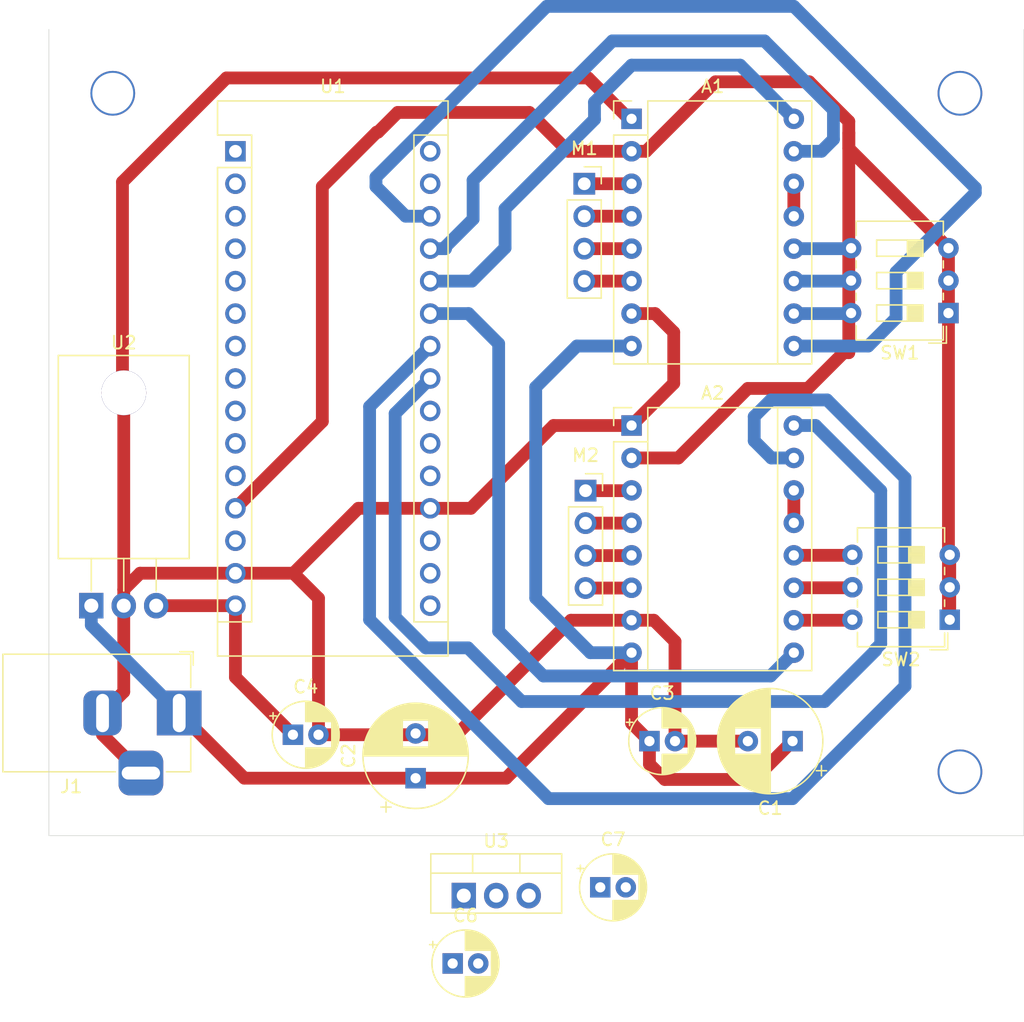
<source format=kicad_pcb>
(kicad_pcb (version 20171130) (host pcbnew "(5.1.9)-1")

  (general
    (thickness 1.6)
    (drawings 3)
    (tracks 175)
    (zones 0)
    (modules 16)
    (nets 50)
  )

  (page A4)
  (layers
    (0 F.Cu signal)
    (31 B.Cu signal)
    (32 B.Adhes user)
    (33 F.Adhes user)
    (34 B.Paste user)
    (35 F.Paste user)
    (36 B.SilkS user)
    (37 F.SilkS user)
    (38 B.Mask user)
    (39 F.Mask user)
    (40 Dwgs.User user)
    (41 Cmts.User user)
    (42 Eco1.User user)
    (43 Eco2.User user)
    (44 Edge.Cuts user)
    (45 Margin user)
    (46 B.CrtYd user)
    (47 F.CrtYd user)
    (48 B.Fab user)
    (49 F.Fab user)
  )

  (setup
    (last_trace_width 0.25)
    (trace_clearance 0.2)
    (zone_clearance 0.508)
    (zone_45_only no)
    (trace_min 0.2)
    (via_size 0.8)
    (via_drill 0.4)
    (via_min_size 0.4)
    (via_min_drill 0.3)
    (uvia_size 0.3)
    (uvia_drill 0.1)
    (uvias_allowed no)
    (uvia_min_size 0.2)
    (uvia_min_drill 0.1)
    (edge_width 0.05)
    (segment_width 0.2)
    (pcb_text_width 0.3)
    (pcb_text_size 1.5 1.5)
    (mod_edge_width 0.12)
    (mod_text_size 1 1)
    (mod_text_width 0.15)
    (pad_size 3.5 3.5)
    (pad_drill 3.5)
    (pad_to_mask_clearance 0)
    (aux_axis_origin 52.4 151.1)
    (visible_elements 7FFFFFFF)
    (pcbplotparams
      (layerselection 0x010fc_ffffffff)
      (usegerberextensions false)
      (usegerberattributes true)
      (usegerberadvancedattributes true)
      (creategerberjobfile true)
      (excludeedgelayer true)
      (linewidth 0.100000)
      (plotframeref false)
      (viasonmask false)
      (mode 1)
      (useauxorigin false)
      (hpglpennumber 1)
      (hpglpenspeed 20)
      (hpglpendiameter 15.000000)
      (psnegative false)
      (psa4output false)
      (plotreference true)
      (plotvalue true)
      (plotinvisibletext false)
      (padsonsilk false)
      (subtractmaskfromsilk false)
      (outputformat 1)
      (mirror false)
      (drillshape 1)
      (scaleselection 1)
      (outputdirectory ""))
  )

  (net 0 "")
  (net 1 +12V)
  (net 2 Earth)
  (net 3 "Net-(A1-Pad13)")
  (net 4 S12B)
  (net 5 S12A)
  (net 6 "Net-(A1-Pad12)")
  (net 7 S11A)
  (net 8 "Net-(A1-Pad11)")
  (net 9 S11B)
  (net 10 "Net-(A1-Pad10)")
  (net 11 +5V)
  (net 12 "Net-(A2-Pad13)")
  (net 13 S22B)
  (net 14 S22A)
  (net 15 "Net-(A2-Pad12)")
  (net 16 S21A)
  (net 17 "Net-(A2-Pad11)")
  (net 18 S21B)
  (net 19 "Net-(A2-Pad10)")
  (net 20 "Net-(U1-Pad16)")
  (net 21 "Net-(U1-Pad30)")
  (net 22 "Net-(U1-Pad29)")
  (net 23 "Net-(U1-Pad13)")
  (net 24 A1_EN)
  (net 25 A1_STEP)
  (net 26 "Net-(U1-Pad11)")
  (net 27 A1_DIR)
  (net 28 "Net-(U1-Pad10)")
  (net 29 A2_EN)
  (net 30 "Net-(U1-Pad9)")
  (net 31 A2_STEP)
  (net 32 "Net-(U1-Pad8)")
  (net 33 A2_DIR)
  (net 34 "Net-(U1-Pad7)")
  (net 35 "Net-(U1-Pad22)")
  (net 36 "Net-(U1-Pad5)")
  (net 37 "Net-(U1-Pad20)")
  (net 38 "Net-(U1-Pad4)")
  (net 39 "Net-(U1-Pad3)")
  (net 40 "Net-(U1-Pad18)")
  (net 41 "Net-(U1-Pad2)")
  (net 42 "Net-(U1-Pad17)")
  (net 43 "Net-(U1-Pad1)")
  (net 44 GND)
  (net 45 +5VL)
  (net 46 +9V)
  (net 47 +5VP)
  (net 48 SERV)
  (net 49 INT)

  (net_class Default "This is the default net class."
    (clearance 0.2)
    (trace_width 0.25)
    (via_dia 0.8)
    (via_drill 0.4)
    (uvia_dia 0.3)
    (uvia_drill 0.1)
    (add_net +12V)
    (add_net +5V)
    (add_net +5VL)
    (add_net +5VP)
    (add_net +9V)
    (add_net A1_DIR)
    (add_net A1_EN)
    (add_net A1_STEP)
    (add_net A2_DIR)
    (add_net A2_EN)
    (add_net A2_STEP)
    (add_net Earth)
    (add_net GND)
    (add_net INT)
    (add_net "Net-(A1-Pad10)")
    (add_net "Net-(A1-Pad11)")
    (add_net "Net-(A1-Pad12)")
    (add_net "Net-(A1-Pad13)")
    (add_net "Net-(A2-Pad10)")
    (add_net "Net-(A2-Pad11)")
    (add_net "Net-(A2-Pad12)")
    (add_net "Net-(A2-Pad13)")
    (add_net "Net-(U1-Pad1)")
    (add_net "Net-(U1-Pad10)")
    (add_net "Net-(U1-Pad11)")
    (add_net "Net-(U1-Pad13)")
    (add_net "Net-(U1-Pad16)")
    (add_net "Net-(U1-Pad17)")
    (add_net "Net-(U1-Pad18)")
    (add_net "Net-(U1-Pad2)")
    (add_net "Net-(U1-Pad20)")
    (add_net "Net-(U1-Pad22)")
    (add_net "Net-(U1-Pad29)")
    (add_net "Net-(U1-Pad3)")
    (add_net "Net-(U1-Pad30)")
    (add_net "Net-(U1-Pad4)")
    (add_net "Net-(U1-Pad5)")
    (add_net "Net-(U1-Pad7)")
    (add_net "Net-(U1-Pad8)")
    (add_net "Net-(U1-Pad9)")
    (add_net S11A)
    (add_net S11B)
    (add_net S12A)
    (add_net S12B)
    (add_net S21A)
    (add_net S21B)
    (add_net S22A)
    (add_net S22B)
    (add_net SERV)
  )

  (module Package_TO_SOT_THT:TO-220-3_Vertical (layer F.Cu) (tedit 5AC8BA0D) (tstamp 6054A68B)
    (at 84.870225 155.79)
    (descr "TO-220-3, Vertical, RM 2.54mm, see https://www.vishay.com/docs/66542/to-220-1.pdf")
    (tags "TO-220-3 Vertical RM 2.54mm")
    (path /604DC99C)
    (fp_text reference U3 (at 2.54 -4.27) (layer F.SilkS)
      (effects (font (size 1 1) (thickness 0.15)))
    )
    (fp_text value LM7805_TO220 (at 2.54 2.5) (layer F.Fab)
      (effects (font (size 1 1) (thickness 0.15)))
    )
    (fp_text user %R (at 2.54 -4.27) (layer F.Fab)
      (effects (font (size 1 1) (thickness 0.15)))
    )
    (fp_line (start -2.46 -3.15) (end -2.46 1.25) (layer F.Fab) (width 0.1))
    (fp_line (start -2.46 1.25) (end 7.54 1.25) (layer F.Fab) (width 0.1))
    (fp_line (start 7.54 1.25) (end 7.54 -3.15) (layer F.Fab) (width 0.1))
    (fp_line (start 7.54 -3.15) (end -2.46 -3.15) (layer F.Fab) (width 0.1))
    (fp_line (start -2.46 -1.88) (end 7.54 -1.88) (layer F.Fab) (width 0.1))
    (fp_line (start 0.69 -3.15) (end 0.69 -1.88) (layer F.Fab) (width 0.1))
    (fp_line (start 4.39 -3.15) (end 4.39 -1.88) (layer F.Fab) (width 0.1))
    (fp_line (start -2.58 -3.27) (end 7.66 -3.27) (layer F.SilkS) (width 0.12))
    (fp_line (start -2.58 1.371) (end 7.66 1.371) (layer F.SilkS) (width 0.12))
    (fp_line (start -2.58 -3.27) (end -2.58 1.371) (layer F.SilkS) (width 0.12))
    (fp_line (start 7.66 -3.27) (end 7.66 1.371) (layer F.SilkS) (width 0.12))
    (fp_line (start -2.58 -1.76) (end 7.66 -1.76) (layer F.SilkS) (width 0.12))
    (fp_line (start 0.69 -3.27) (end 0.69 -1.76) (layer F.SilkS) (width 0.12))
    (fp_line (start 4.391 -3.27) (end 4.391 -1.76) (layer F.SilkS) (width 0.12))
    (fp_line (start -2.71 -3.4) (end -2.71 1.51) (layer F.CrtYd) (width 0.05))
    (fp_line (start -2.71 1.51) (end 7.79 1.51) (layer F.CrtYd) (width 0.05))
    (fp_line (start 7.79 1.51) (end 7.79 -3.4) (layer F.CrtYd) (width 0.05))
    (fp_line (start 7.79 -3.4) (end -2.71 -3.4) (layer F.CrtYd) (width 0.05))
    (pad 3 thru_hole oval (at 5.08 0) (size 1.905 2) (drill 1.1) (layers *.Cu *.Mask)
      (net 47 +5VP))
    (pad 2 thru_hole oval (at 2.54 0) (size 1.905 2) (drill 1.1) (layers *.Cu *.Mask)
      (net 44 GND))
    (pad 1 thru_hole rect (at 0 0) (size 1.905 2) (drill 1.1) (layers *.Cu *.Mask)
      (net 46 +9V))
    (model ${KISYS3DMOD}/Package_TO_SOT_THT.3dshapes/TO-220-3_Vertical.wrl
      (at (xyz 0 0 0))
      (scale (xyz 1 1 1))
      (rotate (xyz 0 0 0))
    )
  )

  (module Capacitor_THT:CP_Radial_D5.0mm_P2.00mm (layer F.Cu) (tedit 5AE50EF0) (tstamp 6054A31B)
    (at 95.55 155.14)
    (descr "CP, Radial series, Radial, pin pitch=2.00mm, , diameter=5mm, Electrolytic Capacitor")
    (tags "CP Radial series Radial pin pitch 2.00mm  diameter 5mm Electrolytic Capacitor")
    (path /604E0C06)
    (fp_text reference C7 (at 1 -3.75) (layer F.SilkS)
      (effects (font (size 1 1) (thickness 0.15)))
    )
    (fp_text value 0.1uF (at 1 3.75) (layer F.Fab)
      (effects (font (size 1 1) (thickness 0.15)))
    )
    (fp_text user %R (at 1 0) (layer F.Fab)
      (effects (font (size 1 1) (thickness 0.15)))
    )
    (fp_circle (center 1 0) (end 3.5 0) (layer F.Fab) (width 0.1))
    (fp_circle (center 1 0) (end 3.62 0) (layer F.SilkS) (width 0.12))
    (fp_circle (center 1 0) (end 3.75 0) (layer F.CrtYd) (width 0.05))
    (fp_line (start -1.133605 -1.0875) (end -0.633605 -1.0875) (layer F.Fab) (width 0.1))
    (fp_line (start -0.883605 -1.3375) (end -0.883605 -0.8375) (layer F.Fab) (width 0.1))
    (fp_line (start 1 1.04) (end 1 2.58) (layer F.SilkS) (width 0.12))
    (fp_line (start 1 -2.58) (end 1 -1.04) (layer F.SilkS) (width 0.12))
    (fp_line (start 1.04 1.04) (end 1.04 2.58) (layer F.SilkS) (width 0.12))
    (fp_line (start 1.04 -2.58) (end 1.04 -1.04) (layer F.SilkS) (width 0.12))
    (fp_line (start 1.08 -2.579) (end 1.08 -1.04) (layer F.SilkS) (width 0.12))
    (fp_line (start 1.08 1.04) (end 1.08 2.579) (layer F.SilkS) (width 0.12))
    (fp_line (start 1.12 -2.578) (end 1.12 -1.04) (layer F.SilkS) (width 0.12))
    (fp_line (start 1.12 1.04) (end 1.12 2.578) (layer F.SilkS) (width 0.12))
    (fp_line (start 1.16 -2.576) (end 1.16 -1.04) (layer F.SilkS) (width 0.12))
    (fp_line (start 1.16 1.04) (end 1.16 2.576) (layer F.SilkS) (width 0.12))
    (fp_line (start 1.2 -2.573) (end 1.2 -1.04) (layer F.SilkS) (width 0.12))
    (fp_line (start 1.2 1.04) (end 1.2 2.573) (layer F.SilkS) (width 0.12))
    (fp_line (start 1.24 -2.569) (end 1.24 -1.04) (layer F.SilkS) (width 0.12))
    (fp_line (start 1.24 1.04) (end 1.24 2.569) (layer F.SilkS) (width 0.12))
    (fp_line (start 1.28 -2.565) (end 1.28 -1.04) (layer F.SilkS) (width 0.12))
    (fp_line (start 1.28 1.04) (end 1.28 2.565) (layer F.SilkS) (width 0.12))
    (fp_line (start 1.32 -2.561) (end 1.32 -1.04) (layer F.SilkS) (width 0.12))
    (fp_line (start 1.32 1.04) (end 1.32 2.561) (layer F.SilkS) (width 0.12))
    (fp_line (start 1.36 -2.556) (end 1.36 -1.04) (layer F.SilkS) (width 0.12))
    (fp_line (start 1.36 1.04) (end 1.36 2.556) (layer F.SilkS) (width 0.12))
    (fp_line (start 1.4 -2.55) (end 1.4 -1.04) (layer F.SilkS) (width 0.12))
    (fp_line (start 1.4 1.04) (end 1.4 2.55) (layer F.SilkS) (width 0.12))
    (fp_line (start 1.44 -2.543) (end 1.44 -1.04) (layer F.SilkS) (width 0.12))
    (fp_line (start 1.44 1.04) (end 1.44 2.543) (layer F.SilkS) (width 0.12))
    (fp_line (start 1.48 -2.536) (end 1.48 -1.04) (layer F.SilkS) (width 0.12))
    (fp_line (start 1.48 1.04) (end 1.48 2.536) (layer F.SilkS) (width 0.12))
    (fp_line (start 1.52 -2.528) (end 1.52 -1.04) (layer F.SilkS) (width 0.12))
    (fp_line (start 1.52 1.04) (end 1.52 2.528) (layer F.SilkS) (width 0.12))
    (fp_line (start 1.56 -2.52) (end 1.56 -1.04) (layer F.SilkS) (width 0.12))
    (fp_line (start 1.56 1.04) (end 1.56 2.52) (layer F.SilkS) (width 0.12))
    (fp_line (start 1.6 -2.511) (end 1.6 -1.04) (layer F.SilkS) (width 0.12))
    (fp_line (start 1.6 1.04) (end 1.6 2.511) (layer F.SilkS) (width 0.12))
    (fp_line (start 1.64 -2.501) (end 1.64 -1.04) (layer F.SilkS) (width 0.12))
    (fp_line (start 1.64 1.04) (end 1.64 2.501) (layer F.SilkS) (width 0.12))
    (fp_line (start 1.68 -2.491) (end 1.68 -1.04) (layer F.SilkS) (width 0.12))
    (fp_line (start 1.68 1.04) (end 1.68 2.491) (layer F.SilkS) (width 0.12))
    (fp_line (start 1.721 -2.48) (end 1.721 -1.04) (layer F.SilkS) (width 0.12))
    (fp_line (start 1.721 1.04) (end 1.721 2.48) (layer F.SilkS) (width 0.12))
    (fp_line (start 1.761 -2.468) (end 1.761 -1.04) (layer F.SilkS) (width 0.12))
    (fp_line (start 1.761 1.04) (end 1.761 2.468) (layer F.SilkS) (width 0.12))
    (fp_line (start 1.801 -2.455) (end 1.801 -1.04) (layer F.SilkS) (width 0.12))
    (fp_line (start 1.801 1.04) (end 1.801 2.455) (layer F.SilkS) (width 0.12))
    (fp_line (start 1.841 -2.442) (end 1.841 -1.04) (layer F.SilkS) (width 0.12))
    (fp_line (start 1.841 1.04) (end 1.841 2.442) (layer F.SilkS) (width 0.12))
    (fp_line (start 1.881 -2.428) (end 1.881 -1.04) (layer F.SilkS) (width 0.12))
    (fp_line (start 1.881 1.04) (end 1.881 2.428) (layer F.SilkS) (width 0.12))
    (fp_line (start 1.921 -2.414) (end 1.921 -1.04) (layer F.SilkS) (width 0.12))
    (fp_line (start 1.921 1.04) (end 1.921 2.414) (layer F.SilkS) (width 0.12))
    (fp_line (start 1.961 -2.398) (end 1.961 -1.04) (layer F.SilkS) (width 0.12))
    (fp_line (start 1.961 1.04) (end 1.961 2.398) (layer F.SilkS) (width 0.12))
    (fp_line (start 2.001 -2.382) (end 2.001 -1.04) (layer F.SilkS) (width 0.12))
    (fp_line (start 2.001 1.04) (end 2.001 2.382) (layer F.SilkS) (width 0.12))
    (fp_line (start 2.041 -2.365) (end 2.041 -1.04) (layer F.SilkS) (width 0.12))
    (fp_line (start 2.041 1.04) (end 2.041 2.365) (layer F.SilkS) (width 0.12))
    (fp_line (start 2.081 -2.348) (end 2.081 -1.04) (layer F.SilkS) (width 0.12))
    (fp_line (start 2.081 1.04) (end 2.081 2.348) (layer F.SilkS) (width 0.12))
    (fp_line (start 2.121 -2.329) (end 2.121 -1.04) (layer F.SilkS) (width 0.12))
    (fp_line (start 2.121 1.04) (end 2.121 2.329) (layer F.SilkS) (width 0.12))
    (fp_line (start 2.161 -2.31) (end 2.161 -1.04) (layer F.SilkS) (width 0.12))
    (fp_line (start 2.161 1.04) (end 2.161 2.31) (layer F.SilkS) (width 0.12))
    (fp_line (start 2.201 -2.29) (end 2.201 -1.04) (layer F.SilkS) (width 0.12))
    (fp_line (start 2.201 1.04) (end 2.201 2.29) (layer F.SilkS) (width 0.12))
    (fp_line (start 2.241 -2.268) (end 2.241 -1.04) (layer F.SilkS) (width 0.12))
    (fp_line (start 2.241 1.04) (end 2.241 2.268) (layer F.SilkS) (width 0.12))
    (fp_line (start 2.281 -2.247) (end 2.281 -1.04) (layer F.SilkS) (width 0.12))
    (fp_line (start 2.281 1.04) (end 2.281 2.247) (layer F.SilkS) (width 0.12))
    (fp_line (start 2.321 -2.224) (end 2.321 -1.04) (layer F.SilkS) (width 0.12))
    (fp_line (start 2.321 1.04) (end 2.321 2.224) (layer F.SilkS) (width 0.12))
    (fp_line (start 2.361 -2.2) (end 2.361 -1.04) (layer F.SilkS) (width 0.12))
    (fp_line (start 2.361 1.04) (end 2.361 2.2) (layer F.SilkS) (width 0.12))
    (fp_line (start 2.401 -2.175) (end 2.401 -1.04) (layer F.SilkS) (width 0.12))
    (fp_line (start 2.401 1.04) (end 2.401 2.175) (layer F.SilkS) (width 0.12))
    (fp_line (start 2.441 -2.149) (end 2.441 -1.04) (layer F.SilkS) (width 0.12))
    (fp_line (start 2.441 1.04) (end 2.441 2.149) (layer F.SilkS) (width 0.12))
    (fp_line (start 2.481 -2.122) (end 2.481 -1.04) (layer F.SilkS) (width 0.12))
    (fp_line (start 2.481 1.04) (end 2.481 2.122) (layer F.SilkS) (width 0.12))
    (fp_line (start 2.521 -2.095) (end 2.521 -1.04) (layer F.SilkS) (width 0.12))
    (fp_line (start 2.521 1.04) (end 2.521 2.095) (layer F.SilkS) (width 0.12))
    (fp_line (start 2.561 -2.065) (end 2.561 -1.04) (layer F.SilkS) (width 0.12))
    (fp_line (start 2.561 1.04) (end 2.561 2.065) (layer F.SilkS) (width 0.12))
    (fp_line (start 2.601 -2.035) (end 2.601 -1.04) (layer F.SilkS) (width 0.12))
    (fp_line (start 2.601 1.04) (end 2.601 2.035) (layer F.SilkS) (width 0.12))
    (fp_line (start 2.641 -2.004) (end 2.641 -1.04) (layer F.SilkS) (width 0.12))
    (fp_line (start 2.641 1.04) (end 2.641 2.004) (layer F.SilkS) (width 0.12))
    (fp_line (start 2.681 -1.971) (end 2.681 -1.04) (layer F.SilkS) (width 0.12))
    (fp_line (start 2.681 1.04) (end 2.681 1.971) (layer F.SilkS) (width 0.12))
    (fp_line (start 2.721 -1.937) (end 2.721 -1.04) (layer F.SilkS) (width 0.12))
    (fp_line (start 2.721 1.04) (end 2.721 1.937) (layer F.SilkS) (width 0.12))
    (fp_line (start 2.761 -1.901) (end 2.761 -1.04) (layer F.SilkS) (width 0.12))
    (fp_line (start 2.761 1.04) (end 2.761 1.901) (layer F.SilkS) (width 0.12))
    (fp_line (start 2.801 -1.864) (end 2.801 -1.04) (layer F.SilkS) (width 0.12))
    (fp_line (start 2.801 1.04) (end 2.801 1.864) (layer F.SilkS) (width 0.12))
    (fp_line (start 2.841 -1.826) (end 2.841 -1.04) (layer F.SilkS) (width 0.12))
    (fp_line (start 2.841 1.04) (end 2.841 1.826) (layer F.SilkS) (width 0.12))
    (fp_line (start 2.881 -1.785) (end 2.881 -1.04) (layer F.SilkS) (width 0.12))
    (fp_line (start 2.881 1.04) (end 2.881 1.785) (layer F.SilkS) (width 0.12))
    (fp_line (start 2.921 -1.743) (end 2.921 -1.04) (layer F.SilkS) (width 0.12))
    (fp_line (start 2.921 1.04) (end 2.921 1.743) (layer F.SilkS) (width 0.12))
    (fp_line (start 2.961 -1.699) (end 2.961 -1.04) (layer F.SilkS) (width 0.12))
    (fp_line (start 2.961 1.04) (end 2.961 1.699) (layer F.SilkS) (width 0.12))
    (fp_line (start 3.001 -1.653) (end 3.001 -1.04) (layer F.SilkS) (width 0.12))
    (fp_line (start 3.001 1.04) (end 3.001 1.653) (layer F.SilkS) (width 0.12))
    (fp_line (start 3.041 -1.605) (end 3.041 1.605) (layer F.SilkS) (width 0.12))
    (fp_line (start 3.081 -1.554) (end 3.081 1.554) (layer F.SilkS) (width 0.12))
    (fp_line (start 3.121 -1.5) (end 3.121 1.5) (layer F.SilkS) (width 0.12))
    (fp_line (start 3.161 -1.443) (end 3.161 1.443) (layer F.SilkS) (width 0.12))
    (fp_line (start 3.201 -1.383) (end 3.201 1.383) (layer F.SilkS) (width 0.12))
    (fp_line (start 3.241 -1.319) (end 3.241 1.319) (layer F.SilkS) (width 0.12))
    (fp_line (start 3.281 -1.251) (end 3.281 1.251) (layer F.SilkS) (width 0.12))
    (fp_line (start 3.321 -1.178) (end 3.321 1.178) (layer F.SilkS) (width 0.12))
    (fp_line (start 3.361 -1.098) (end 3.361 1.098) (layer F.SilkS) (width 0.12))
    (fp_line (start 3.401 -1.011) (end 3.401 1.011) (layer F.SilkS) (width 0.12))
    (fp_line (start 3.441 -0.915) (end 3.441 0.915) (layer F.SilkS) (width 0.12))
    (fp_line (start 3.481 -0.805) (end 3.481 0.805) (layer F.SilkS) (width 0.12))
    (fp_line (start 3.521 -0.677) (end 3.521 0.677) (layer F.SilkS) (width 0.12))
    (fp_line (start 3.561 -0.518) (end 3.561 0.518) (layer F.SilkS) (width 0.12))
    (fp_line (start 3.601 -0.284) (end 3.601 0.284) (layer F.SilkS) (width 0.12))
    (fp_line (start -1.804775 -1.475) (end -1.304775 -1.475) (layer F.SilkS) (width 0.12))
    (fp_line (start -1.554775 -1.725) (end -1.554775 -1.225) (layer F.SilkS) (width 0.12))
    (pad 2 thru_hole circle (at 2 0) (size 1.6 1.6) (drill 0.8) (layers *.Cu *.Mask)
      (net 44 GND))
    (pad 1 thru_hole rect (at 0 0) (size 1.6 1.6) (drill 0.8) (layers *.Cu *.Mask)
      (net 47 +5VP))
    (model ${KISYS3DMOD}/Capacitor_THT.3dshapes/CP_Radial_D5.0mm_P2.00mm.wrl
      (at (xyz 0 0 0))
      (scale (xyz 1 1 1))
      (rotate (xyz 0 0 0))
    )
  )

  (module Capacitor_THT:CP_Radial_D5.0mm_P2.00mm (layer F.Cu) (tedit 5AE50EF0) (tstamp 6054A298)
    (at 84 161.1)
    (descr "CP, Radial series, Radial, pin pitch=2.00mm, , diameter=5mm, Electrolytic Capacitor")
    (tags "CP Radial series Radial pin pitch 2.00mm  diameter 5mm Electrolytic Capacitor")
    (path /604E0262)
    (fp_text reference C6 (at 1 -3.75) (layer F.SilkS)
      (effects (font (size 1 1) (thickness 0.15)))
    )
    (fp_text value 0.33uF (at 1 3.75) (layer F.Fab)
      (effects (font (size 1 1) (thickness 0.15)))
    )
    (fp_text user %R (at 1 0) (layer F.Fab)
      (effects (font (size 1 1) (thickness 0.15)))
    )
    (fp_circle (center 1 0) (end 3.5 0) (layer F.Fab) (width 0.1))
    (fp_circle (center 1 0) (end 3.62 0) (layer F.SilkS) (width 0.12))
    (fp_circle (center 1 0) (end 3.75 0) (layer F.CrtYd) (width 0.05))
    (fp_line (start -1.133605 -1.0875) (end -0.633605 -1.0875) (layer F.Fab) (width 0.1))
    (fp_line (start -0.883605 -1.3375) (end -0.883605 -0.8375) (layer F.Fab) (width 0.1))
    (fp_line (start 1 1.04) (end 1 2.58) (layer F.SilkS) (width 0.12))
    (fp_line (start 1 -2.58) (end 1 -1.04) (layer F.SilkS) (width 0.12))
    (fp_line (start 1.04 1.04) (end 1.04 2.58) (layer F.SilkS) (width 0.12))
    (fp_line (start 1.04 -2.58) (end 1.04 -1.04) (layer F.SilkS) (width 0.12))
    (fp_line (start 1.08 -2.579) (end 1.08 -1.04) (layer F.SilkS) (width 0.12))
    (fp_line (start 1.08 1.04) (end 1.08 2.579) (layer F.SilkS) (width 0.12))
    (fp_line (start 1.12 -2.578) (end 1.12 -1.04) (layer F.SilkS) (width 0.12))
    (fp_line (start 1.12 1.04) (end 1.12 2.578) (layer F.SilkS) (width 0.12))
    (fp_line (start 1.16 -2.576) (end 1.16 -1.04) (layer F.SilkS) (width 0.12))
    (fp_line (start 1.16 1.04) (end 1.16 2.576) (layer F.SilkS) (width 0.12))
    (fp_line (start 1.2 -2.573) (end 1.2 -1.04) (layer F.SilkS) (width 0.12))
    (fp_line (start 1.2 1.04) (end 1.2 2.573) (layer F.SilkS) (width 0.12))
    (fp_line (start 1.24 -2.569) (end 1.24 -1.04) (layer F.SilkS) (width 0.12))
    (fp_line (start 1.24 1.04) (end 1.24 2.569) (layer F.SilkS) (width 0.12))
    (fp_line (start 1.28 -2.565) (end 1.28 -1.04) (layer F.SilkS) (width 0.12))
    (fp_line (start 1.28 1.04) (end 1.28 2.565) (layer F.SilkS) (width 0.12))
    (fp_line (start 1.32 -2.561) (end 1.32 -1.04) (layer F.SilkS) (width 0.12))
    (fp_line (start 1.32 1.04) (end 1.32 2.561) (layer F.SilkS) (width 0.12))
    (fp_line (start 1.36 -2.556) (end 1.36 -1.04) (layer F.SilkS) (width 0.12))
    (fp_line (start 1.36 1.04) (end 1.36 2.556) (layer F.SilkS) (width 0.12))
    (fp_line (start 1.4 -2.55) (end 1.4 -1.04) (layer F.SilkS) (width 0.12))
    (fp_line (start 1.4 1.04) (end 1.4 2.55) (layer F.SilkS) (width 0.12))
    (fp_line (start 1.44 -2.543) (end 1.44 -1.04) (layer F.SilkS) (width 0.12))
    (fp_line (start 1.44 1.04) (end 1.44 2.543) (layer F.SilkS) (width 0.12))
    (fp_line (start 1.48 -2.536) (end 1.48 -1.04) (layer F.SilkS) (width 0.12))
    (fp_line (start 1.48 1.04) (end 1.48 2.536) (layer F.SilkS) (width 0.12))
    (fp_line (start 1.52 -2.528) (end 1.52 -1.04) (layer F.SilkS) (width 0.12))
    (fp_line (start 1.52 1.04) (end 1.52 2.528) (layer F.SilkS) (width 0.12))
    (fp_line (start 1.56 -2.52) (end 1.56 -1.04) (layer F.SilkS) (width 0.12))
    (fp_line (start 1.56 1.04) (end 1.56 2.52) (layer F.SilkS) (width 0.12))
    (fp_line (start 1.6 -2.511) (end 1.6 -1.04) (layer F.SilkS) (width 0.12))
    (fp_line (start 1.6 1.04) (end 1.6 2.511) (layer F.SilkS) (width 0.12))
    (fp_line (start 1.64 -2.501) (end 1.64 -1.04) (layer F.SilkS) (width 0.12))
    (fp_line (start 1.64 1.04) (end 1.64 2.501) (layer F.SilkS) (width 0.12))
    (fp_line (start 1.68 -2.491) (end 1.68 -1.04) (layer F.SilkS) (width 0.12))
    (fp_line (start 1.68 1.04) (end 1.68 2.491) (layer F.SilkS) (width 0.12))
    (fp_line (start 1.721 -2.48) (end 1.721 -1.04) (layer F.SilkS) (width 0.12))
    (fp_line (start 1.721 1.04) (end 1.721 2.48) (layer F.SilkS) (width 0.12))
    (fp_line (start 1.761 -2.468) (end 1.761 -1.04) (layer F.SilkS) (width 0.12))
    (fp_line (start 1.761 1.04) (end 1.761 2.468) (layer F.SilkS) (width 0.12))
    (fp_line (start 1.801 -2.455) (end 1.801 -1.04) (layer F.SilkS) (width 0.12))
    (fp_line (start 1.801 1.04) (end 1.801 2.455) (layer F.SilkS) (width 0.12))
    (fp_line (start 1.841 -2.442) (end 1.841 -1.04) (layer F.SilkS) (width 0.12))
    (fp_line (start 1.841 1.04) (end 1.841 2.442) (layer F.SilkS) (width 0.12))
    (fp_line (start 1.881 -2.428) (end 1.881 -1.04) (layer F.SilkS) (width 0.12))
    (fp_line (start 1.881 1.04) (end 1.881 2.428) (layer F.SilkS) (width 0.12))
    (fp_line (start 1.921 -2.414) (end 1.921 -1.04) (layer F.SilkS) (width 0.12))
    (fp_line (start 1.921 1.04) (end 1.921 2.414) (layer F.SilkS) (width 0.12))
    (fp_line (start 1.961 -2.398) (end 1.961 -1.04) (layer F.SilkS) (width 0.12))
    (fp_line (start 1.961 1.04) (end 1.961 2.398) (layer F.SilkS) (width 0.12))
    (fp_line (start 2.001 -2.382) (end 2.001 -1.04) (layer F.SilkS) (width 0.12))
    (fp_line (start 2.001 1.04) (end 2.001 2.382) (layer F.SilkS) (width 0.12))
    (fp_line (start 2.041 -2.365) (end 2.041 -1.04) (layer F.SilkS) (width 0.12))
    (fp_line (start 2.041 1.04) (end 2.041 2.365) (layer F.SilkS) (width 0.12))
    (fp_line (start 2.081 -2.348) (end 2.081 -1.04) (layer F.SilkS) (width 0.12))
    (fp_line (start 2.081 1.04) (end 2.081 2.348) (layer F.SilkS) (width 0.12))
    (fp_line (start 2.121 -2.329) (end 2.121 -1.04) (layer F.SilkS) (width 0.12))
    (fp_line (start 2.121 1.04) (end 2.121 2.329) (layer F.SilkS) (width 0.12))
    (fp_line (start 2.161 -2.31) (end 2.161 -1.04) (layer F.SilkS) (width 0.12))
    (fp_line (start 2.161 1.04) (end 2.161 2.31) (layer F.SilkS) (width 0.12))
    (fp_line (start 2.201 -2.29) (end 2.201 -1.04) (layer F.SilkS) (width 0.12))
    (fp_line (start 2.201 1.04) (end 2.201 2.29) (layer F.SilkS) (width 0.12))
    (fp_line (start 2.241 -2.268) (end 2.241 -1.04) (layer F.SilkS) (width 0.12))
    (fp_line (start 2.241 1.04) (end 2.241 2.268) (layer F.SilkS) (width 0.12))
    (fp_line (start 2.281 -2.247) (end 2.281 -1.04) (layer F.SilkS) (width 0.12))
    (fp_line (start 2.281 1.04) (end 2.281 2.247) (layer F.SilkS) (width 0.12))
    (fp_line (start 2.321 -2.224) (end 2.321 -1.04) (layer F.SilkS) (width 0.12))
    (fp_line (start 2.321 1.04) (end 2.321 2.224) (layer F.SilkS) (width 0.12))
    (fp_line (start 2.361 -2.2) (end 2.361 -1.04) (layer F.SilkS) (width 0.12))
    (fp_line (start 2.361 1.04) (end 2.361 2.2) (layer F.SilkS) (width 0.12))
    (fp_line (start 2.401 -2.175) (end 2.401 -1.04) (layer F.SilkS) (width 0.12))
    (fp_line (start 2.401 1.04) (end 2.401 2.175) (layer F.SilkS) (width 0.12))
    (fp_line (start 2.441 -2.149) (end 2.441 -1.04) (layer F.SilkS) (width 0.12))
    (fp_line (start 2.441 1.04) (end 2.441 2.149) (layer F.SilkS) (width 0.12))
    (fp_line (start 2.481 -2.122) (end 2.481 -1.04) (layer F.SilkS) (width 0.12))
    (fp_line (start 2.481 1.04) (end 2.481 2.122) (layer F.SilkS) (width 0.12))
    (fp_line (start 2.521 -2.095) (end 2.521 -1.04) (layer F.SilkS) (width 0.12))
    (fp_line (start 2.521 1.04) (end 2.521 2.095) (layer F.SilkS) (width 0.12))
    (fp_line (start 2.561 -2.065) (end 2.561 -1.04) (layer F.SilkS) (width 0.12))
    (fp_line (start 2.561 1.04) (end 2.561 2.065) (layer F.SilkS) (width 0.12))
    (fp_line (start 2.601 -2.035) (end 2.601 -1.04) (layer F.SilkS) (width 0.12))
    (fp_line (start 2.601 1.04) (end 2.601 2.035) (layer F.SilkS) (width 0.12))
    (fp_line (start 2.641 -2.004) (end 2.641 -1.04) (layer F.SilkS) (width 0.12))
    (fp_line (start 2.641 1.04) (end 2.641 2.004) (layer F.SilkS) (width 0.12))
    (fp_line (start 2.681 -1.971) (end 2.681 -1.04) (layer F.SilkS) (width 0.12))
    (fp_line (start 2.681 1.04) (end 2.681 1.971) (layer F.SilkS) (width 0.12))
    (fp_line (start 2.721 -1.937) (end 2.721 -1.04) (layer F.SilkS) (width 0.12))
    (fp_line (start 2.721 1.04) (end 2.721 1.937) (layer F.SilkS) (width 0.12))
    (fp_line (start 2.761 -1.901) (end 2.761 -1.04) (layer F.SilkS) (width 0.12))
    (fp_line (start 2.761 1.04) (end 2.761 1.901) (layer F.SilkS) (width 0.12))
    (fp_line (start 2.801 -1.864) (end 2.801 -1.04) (layer F.SilkS) (width 0.12))
    (fp_line (start 2.801 1.04) (end 2.801 1.864) (layer F.SilkS) (width 0.12))
    (fp_line (start 2.841 -1.826) (end 2.841 -1.04) (layer F.SilkS) (width 0.12))
    (fp_line (start 2.841 1.04) (end 2.841 1.826) (layer F.SilkS) (width 0.12))
    (fp_line (start 2.881 -1.785) (end 2.881 -1.04) (layer F.SilkS) (width 0.12))
    (fp_line (start 2.881 1.04) (end 2.881 1.785) (layer F.SilkS) (width 0.12))
    (fp_line (start 2.921 -1.743) (end 2.921 -1.04) (layer F.SilkS) (width 0.12))
    (fp_line (start 2.921 1.04) (end 2.921 1.743) (layer F.SilkS) (width 0.12))
    (fp_line (start 2.961 -1.699) (end 2.961 -1.04) (layer F.SilkS) (width 0.12))
    (fp_line (start 2.961 1.04) (end 2.961 1.699) (layer F.SilkS) (width 0.12))
    (fp_line (start 3.001 -1.653) (end 3.001 -1.04) (layer F.SilkS) (width 0.12))
    (fp_line (start 3.001 1.04) (end 3.001 1.653) (layer F.SilkS) (width 0.12))
    (fp_line (start 3.041 -1.605) (end 3.041 1.605) (layer F.SilkS) (width 0.12))
    (fp_line (start 3.081 -1.554) (end 3.081 1.554) (layer F.SilkS) (width 0.12))
    (fp_line (start 3.121 -1.5) (end 3.121 1.5) (layer F.SilkS) (width 0.12))
    (fp_line (start 3.161 -1.443) (end 3.161 1.443) (layer F.SilkS) (width 0.12))
    (fp_line (start 3.201 -1.383) (end 3.201 1.383) (layer F.SilkS) (width 0.12))
    (fp_line (start 3.241 -1.319) (end 3.241 1.319) (layer F.SilkS) (width 0.12))
    (fp_line (start 3.281 -1.251) (end 3.281 1.251) (layer F.SilkS) (width 0.12))
    (fp_line (start 3.321 -1.178) (end 3.321 1.178) (layer F.SilkS) (width 0.12))
    (fp_line (start 3.361 -1.098) (end 3.361 1.098) (layer F.SilkS) (width 0.12))
    (fp_line (start 3.401 -1.011) (end 3.401 1.011) (layer F.SilkS) (width 0.12))
    (fp_line (start 3.441 -0.915) (end 3.441 0.915) (layer F.SilkS) (width 0.12))
    (fp_line (start 3.481 -0.805) (end 3.481 0.805) (layer F.SilkS) (width 0.12))
    (fp_line (start 3.521 -0.677) (end 3.521 0.677) (layer F.SilkS) (width 0.12))
    (fp_line (start 3.561 -0.518) (end 3.561 0.518) (layer F.SilkS) (width 0.12))
    (fp_line (start 3.601 -0.284) (end 3.601 0.284) (layer F.SilkS) (width 0.12))
    (fp_line (start -1.804775 -1.475) (end -1.304775 -1.475) (layer F.SilkS) (width 0.12))
    (fp_line (start -1.554775 -1.725) (end -1.554775 -1.225) (layer F.SilkS) (width 0.12))
    (pad 2 thru_hole circle (at 2 0) (size 1.6 1.6) (drill 0.8) (layers *.Cu *.Mask)
      (net 44 GND))
    (pad 1 thru_hole rect (at 0 0) (size 1.6 1.6) (drill 0.8) (layers *.Cu *.Mask)
      (net 46 +9V))
    (model ${KISYS3DMOD}/Capacitor_THT.3dshapes/CP_Radial_D5.0mm_P2.00mm.wrl
      (at (xyz 0 0 0))
      (scale (xyz 1 1 1))
      (rotate (xyz 0 0 0))
    )
  )

  (module Package_TO_SOT_THT:TO-220-3_Horizontal_TabDown (layer F.Cu) (tedit 604370B5) (tstamp 6044AD16)
    (at 55.72 133.1)
    (descr "TO-220-3, Horizontal, RM 2.54mm, see https://www.vishay.com/docs/66542/to-220-1.pdf")
    (tags "TO-220-3 Horizontal RM 2.54mm")
    (path /60454EA6)
    (fp_text reference U2 (at 2.54 -20.58) (layer F.SilkS)
      (effects (font (size 1 1) (thickness 0.15)))
    )
    (fp_text value LM7809_TO220 (at 2.54 2) (layer F.Fab)
      (effects (font (size 1 1) (thickness 0.15)))
    )
    (fp_circle (center 2.54 -16.66) (end 4.39 -16.66) (layer F.Fab) (width 0.1))
    (fp_line (start -2.46 -13.06) (end -2.46 -19.46) (layer F.Fab) (width 0.1))
    (fp_line (start -2.46 -19.46) (end 7.54 -19.46) (layer F.Fab) (width 0.1))
    (fp_line (start 7.54 -19.46) (end 7.54 -13.06) (layer F.Fab) (width 0.1))
    (fp_line (start 7.54 -13.06) (end -2.46 -13.06) (layer F.Fab) (width 0.1))
    (fp_line (start -2.46 -3.81) (end -2.46 -13.06) (layer F.Fab) (width 0.1))
    (fp_line (start -2.46 -13.06) (end 7.54 -13.06) (layer F.Fab) (width 0.1))
    (fp_line (start 7.54 -13.06) (end 7.54 -3.81) (layer F.Fab) (width 0.1))
    (fp_line (start 7.54 -3.81) (end -2.46 -3.81) (layer F.Fab) (width 0.1))
    (fp_line (start 0 -3.81) (end 0 0) (layer F.Fab) (width 0.1))
    (fp_line (start 2.54 -3.81) (end 2.54 0) (layer F.Fab) (width 0.1))
    (fp_line (start 5.08 -3.81) (end 5.08 0) (layer F.Fab) (width 0.1))
    (fp_line (start -2.58 -3.69) (end 7.66 -3.69) (layer F.SilkS) (width 0.12))
    (fp_line (start -2.58 -19.58) (end 7.66 -19.58) (layer F.SilkS) (width 0.12))
    (fp_line (start -2.58 -19.58) (end -2.58 -3.69) (layer F.SilkS) (width 0.12))
    (fp_line (start 7.66 -19.58) (end 7.66 -3.69) (layer F.SilkS) (width 0.12))
    (fp_line (start 0 -3.69) (end 0 -1.15) (layer F.SilkS) (width 0.12))
    (fp_line (start 2.54 -3.69) (end 2.54 -1.15) (layer F.SilkS) (width 0.12))
    (fp_line (start 5.08 -3.69) (end 5.08 -1.15) (layer F.SilkS) (width 0.12))
    (fp_line (start -2.71 -19.71) (end -2.71 1.25) (layer F.CrtYd) (width 0.05))
    (fp_line (start -2.71 1.25) (end 7.79 1.25) (layer F.CrtYd) (width 0.05))
    (fp_line (start 7.79 1.25) (end 7.79 -19.71) (layer F.CrtYd) (width 0.05))
    (fp_line (start 7.79 -19.71) (end -2.71 -19.71) (layer F.CrtYd) (width 0.05))
    (fp_text user %R (at 2.54 -20.58) (layer F.Fab)
      (effects (font (size 1 1) (thickness 0.15)))
    )
    (pad 3 thru_hole oval (at 5.08 0) (size 1.905 2) (drill 1.1) (layers *.Cu *.Mask)
      (net 46 +9V))
    (pad 2 thru_hole oval (at 2.54 0) (size 1.905 2) (drill 1.1) (layers *.Cu *.Mask)
      (net 44 GND))
    (pad 1 thru_hole rect (at 0 0) (size 1.905 2) (drill 1.1) (layers *.Cu *.Mask)
      (net 1 +12V))
    (pad "" thru_hole oval (at 2.54 -16.66) (size 3.5 3.5) (drill 3.5) (layers *.Cu *.Mask))
    (model ${KISYS3DMOD}/Package_TO_SOT_THT.3dshapes/TO-220-3_Horizontal_TabDown.wrl
      (at (xyz 0 0 0))
      (scale (xyz 1 1 1))
      (rotate (xyz 0 0 0))
    )
  )

  (module Connector_BarrelJack:BarrelJack_Horizontal (layer F.Cu) (tedit 5A1DBF6A) (tstamp 60445180)
    (at 62.6 141.5)
    (descr "DC Barrel Jack")
    (tags "Power Jack")
    (path /604912CB)
    (fp_text reference J1 (at -8.45 5.75) (layer F.SilkS)
      (effects (font (size 1 1) (thickness 0.15)))
    )
    (fp_text value Barrel_Jack_Switch (at -6.2 -5.5) (layer F.Fab)
      (effects (font (size 1 1) (thickness 0.15)))
    )
    (fp_line (start -0.003213 -4.505425) (end 0.8 -3.75) (layer F.Fab) (width 0.1))
    (fp_line (start 1.1 -3.75) (end 1.1 -4.8) (layer F.SilkS) (width 0.12))
    (fp_line (start 0.05 -4.8) (end 1.1 -4.8) (layer F.SilkS) (width 0.12))
    (fp_line (start 1 -4.5) (end 1 -4.75) (layer F.CrtYd) (width 0.05))
    (fp_line (start 1 -4.75) (end -14 -4.75) (layer F.CrtYd) (width 0.05))
    (fp_line (start 1 -4.5) (end 1 -2) (layer F.CrtYd) (width 0.05))
    (fp_line (start 1 -2) (end 2 -2) (layer F.CrtYd) (width 0.05))
    (fp_line (start 2 -2) (end 2 2) (layer F.CrtYd) (width 0.05))
    (fp_line (start 2 2) (end 1 2) (layer F.CrtYd) (width 0.05))
    (fp_line (start 1 2) (end 1 4.75) (layer F.CrtYd) (width 0.05))
    (fp_line (start 1 4.75) (end -1 4.75) (layer F.CrtYd) (width 0.05))
    (fp_line (start -1 4.75) (end -1 6.75) (layer F.CrtYd) (width 0.05))
    (fp_line (start -1 6.75) (end -5 6.75) (layer F.CrtYd) (width 0.05))
    (fp_line (start -5 6.75) (end -5 4.75) (layer F.CrtYd) (width 0.05))
    (fp_line (start -5 4.75) (end -14 4.75) (layer F.CrtYd) (width 0.05))
    (fp_line (start -14 4.75) (end -14 -4.75) (layer F.CrtYd) (width 0.05))
    (fp_line (start -5 4.6) (end -13.8 4.6) (layer F.SilkS) (width 0.12))
    (fp_line (start -13.8 4.6) (end -13.8 -4.6) (layer F.SilkS) (width 0.12))
    (fp_line (start 0.9 1.9) (end 0.9 4.6) (layer F.SilkS) (width 0.12))
    (fp_line (start 0.9 4.6) (end -1 4.6) (layer F.SilkS) (width 0.12))
    (fp_line (start -13.8 -4.6) (end 0.9 -4.6) (layer F.SilkS) (width 0.12))
    (fp_line (start 0.9 -4.6) (end 0.9 -2) (layer F.SilkS) (width 0.12))
    (fp_line (start -10.2 -4.5) (end -10.2 4.5) (layer F.Fab) (width 0.1))
    (fp_line (start -13.7 -4.5) (end -13.7 4.5) (layer F.Fab) (width 0.1))
    (fp_line (start -13.7 4.5) (end 0.8 4.5) (layer F.Fab) (width 0.1))
    (fp_line (start 0.8 4.5) (end 0.8 -3.75) (layer F.Fab) (width 0.1))
    (fp_line (start 0 -4.5) (end -13.7 -4.5) (layer F.Fab) (width 0.1))
    (fp_text user %R (at -3 -2.95) (layer F.Fab)
      (effects (font (size 1 1) (thickness 0.15)))
    )
    (pad 3 thru_hole roundrect (at -3 4.7) (size 3.5 3.5) (drill oval 3 1) (layers *.Cu *.Mask) (roundrect_rratio 0.25)
      (net 44 GND))
    (pad 2 thru_hole roundrect (at -6 0) (size 3 3.5) (drill oval 1 3) (layers *.Cu *.Mask) (roundrect_rratio 0.25)
      (net 44 GND))
    (pad 1 thru_hole rect (at 0 0) (size 3.5 3.5) (drill oval 1 3) (layers *.Cu *.Mask)
      (net 1 +12V))
    (model ${KISYS3DMOD}/Connector_BarrelJack.3dshapes/BarrelJack_Horizontal.wrl
      (at (xyz 0 0 0))
      (scale (xyz 1 1 1))
      (rotate (xyz 0 0 0))
    )
  )

  (module Capacitor_THT:CP_Radial_D5.0mm_P2.00mm (layer F.Cu) (tedit 5AE50EF0) (tstamp 60440E2E)
    (at 71.5 143.2)
    (descr "CP, Radial series, Radial, pin pitch=2.00mm, , diameter=5mm, Electrolytic Capacitor")
    (tags "CP Radial series Radial pin pitch 2.00mm  diameter 5mm Electrolytic Capacitor")
    (path /6044694A)
    (fp_text reference C4 (at 1 -3.75) (layer F.SilkS)
      (effects (font (size 1 1) (thickness 0.15)))
    )
    (fp_text value 0.1uF (at 1 3.75) (layer F.Fab)
      (effects (font (size 1 1) (thickness 0.15)))
    )
    (fp_circle (center 1 0) (end 3.5 0) (layer F.Fab) (width 0.1))
    (fp_circle (center 1 0) (end 3.62 0) (layer F.SilkS) (width 0.12))
    (fp_circle (center 1 0) (end 3.75 0) (layer F.CrtYd) (width 0.05))
    (fp_line (start -1.133605 -1.0875) (end -0.633605 -1.0875) (layer F.Fab) (width 0.1))
    (fp_line (start -0.883605 -1.3375) (end -0.883605 -0.8375) (layer F.Fab) (width 0.1))
    (fp_line (start 1 1.04) (end 1 2.58) (layer F.SilkS) (width 0.12))
    (fp_line (start 1 -2.58) (end 1 -1.04) (layer F.SilkS) (width 0.12))
    (fp_line (start 1.04 1.04) (end 1.04 2.58) (layer F.SilkS) (width 0.12))
    (fp_line (start 1.04 -2.58) (end 1.04 -1.04) (layer F.SilkS) (width 0.12))
    (fp_line (start 1.08 -2.579) (end 1.08 -1.04) (layer F.SilkS) (width 0.12))
    (fp_line (start 1.08 1.04) (end 1.08 2.579) (layer F.SilkS) (width 0.12))
    (fp_line (start 1.12 -2.578) (end 1.12 -1.04) (layer F.SilkS) (width 0.12))
    (fp_line (start 1.12 1.04) (end 1.12 2.578) (layer F.SilkS) (width 0.12))
    (fp_line (start 1.16 -2.576) (end 1.16 -1.04) (layer F.SilkS) (width 0.12))
    (fp_line (start 1.16 1.04) (end 1.16 2.576) (layer F.SilkS) (width 0.12))
    (fp_line (start 1.2 -2.573) (end 1.2 -1.04) (layer F.SilkS) (width 0.12))
    (fp_line (start 1.2 1.04) (end 1.2 2.573) (layer F.SilkS) (width 0.12))
    (fp_line (start 1.24 -2.569) (end 1.24 -1.04) (layer F.SilkS) (width 0.12))
    (fp_line (start 1.24 1.04) (end 1.24 2.569) (layer F.SilkS) (width 0.12))
    (fp_line (start 1.28 -2.565) (end 1.28 -1.04) (layer F.SilkS) (width 0.12))
    (fp_line (start 1.28 1.04) (end 1.28 2.565) (layer F.SilkS) (width 0.12))
    (fp_line (start 1.32 -2.561) (end 1.32 -1.04) (layer F.SilkS) (width 0.12))
    (fp_line (start 1.32 1.04) (end 1.32 2.561) (layer F.SilkS) (width 0.12))
    (fp_line (start 1.36 -2.556) (end 1.36 -1.04) (layer F.SilkS) (width 0.12))
    (fp_line (start 1.36 1.04) (end 1.36 2.556) (layer F.SilkS) (width 0.12))
    (fp_line (start 1.4 -2.55) (end 1.4 -1.04) (layer F.SilkS) (width 0.12))
    (fp_line (start 1.4 1.04) (end 1.4 2.55) (layer F.SilkS) (width 0.12))
    (fp_line (start 1.44 -2.543) (end 1.44 -1.04) (layer F.SilkS) (width 0.12))
    (fp_line (start 1.44 1.04) (end 1.44 2.543) (layer F.SilkS) (width 0.12))
    (fp_line (start 1.48 -2.536) (end 1.48 -1.04) (layer F.SilkS) (width 0.12))
    (fp_line (start 1.48 1.04) (end 1.48 2.536) (layer F.SilkS) (width 0.12))
    (fp_line (start 1.52 -2.528) (end 1.52 -1.04) (layer F.SilkS) (width 0.12))
    (fp_line (start 1.52 1.04) (end 1.52 2.528) (layer F.SilkS) (width 0.12))
    (fp_line (start 1.56 -2.52) (end 1.56 -1.04) (layer F.SilkS) (width 0.12))
    (fp_line (start 1.56 1.04) (end 1.56 2.52) (layer F.SilkS) (width 0.12))
    (fp_line (start 1.6 -2.511) (end 1.6 -1.04) (layer F.SilkS) (width 0.12))
    (fp_line (start 1.6 1.04) (end 1.6 2.511) (layer F.SilkS) (width 0.12))
    (fp_line (start 1.64 -2.501) (end 1.64 -1.04) (layer F.SilkS) (width 0.12))
    (fp_line (start 1.64 1.04) (end 1.64 2.501) (layer F.SilkS) (width 0.12))
    (fp_line (start 1.68 -2.491) (end 1.68 -1.04) (layer F.SilkS) (width 0.12))
    (fp_line (start 1.68 1.04) (end 1.68 2.491) (layer F.SilkS) (width 0.12))
    (fp_line (start 1.721 -2.48) (end 1.721 -1.04) (layer F.SilkS) (width 0.12))
    (fp_line (start 1.721 1.04) (end 1.721 2.48) (layer F.SilkS) (width 0.12))
    (fp_line (start 1.761 -2.468) (end 1.761 -1.04) (layer F.SilkS) (width 0.12))
    (fp_line (start 1.761 1.04) (end 1.761 2.468) (layer F.SilkS) (width 0.12))
    (fp_line (start 1.801 -2.455) (end 1.801 -1.04) (layer F.SilkS) (width 0.12))
    (fp_line (start 1.801 1.04) (end 1.801 2.455) (layer F.SilkS) (width 0.12))
    (fp_line (start 1.841 -2.442) (end 1.841 -1.04) (layer F.SilkS) (width 0.12))
    (fp_line (start 1.841 1.04) (end 1.841 2.442) (layer F.SilkS) (width 0.12))
    (fp_line (start 1.881 -2.428) (end 1.881 -1.04) (layer F.SilkS) (width 0.12))
    (fp_line (start 1.881 1.04) (end 1.881 2.428) (layer F.SilkS) (width 0.12))
    (fp_line (start 1.921 -2.414) (end 1.921 -1.04) (layer F.SilkS) (width 0.12))
    (fp_line (start 1.921 1.04) (end 1.921 2.414) (layer F.SilkS) (width 0.12))
    (fp_line (start 1.961 -2.398) (end 1.961 -1.04) (layer F.SilkS) (width 0.12))
    (fp_line (start 1.961 1.04) (end 1.961 2.398) (layer F.SilkS) (width 0.12))
    (fp_line (start 2.001 -2.382) (end 2.001 -1.04) (layer F.SilkS) (width 0.12))
    (fp_line (start 2.001 1.04) (end 2.001 2.382) (layer F.SilkS) (width 0.12))
    (fp_line (start 2.041 -2.365) (end 2.041 -1.04) (layer F.SilkS) (width 0.12))
    (fp_line (start 2.041 1.04) (end 2.041 2.365) (layer F.SilkS) (width 0.12))
    (fp_line (start 2.081 -2.348) (end 2.081 -1.04) (layer F.SilkS) (width 0.12))
    (fp_line (start 2.081 1.04) (end 2.081 2.348) (layer F.SilkS) (width 0.12))
    (fp_line (start 2.121 -2.329) (end 2.121 -1.04) (layer F.SilkS) (width 0.12))
    (fp_line (start 2.121 1.04) (end 2.121 2.329) (layer F.SilkS) (width 0.12))
    (fp_line (start 2.161 -2.31) (end 2.161 -1.04) (layer F.SilkS) (width 0.12))
    (fp_line (start 2.161 1.04) (end 2.161 2.31) (layer F.SilkS) (width 0.12))
    (fp_line (start 2.201 -2.29) (end 2.201 -1.04) (layer F.SilkS) (width 0.12))
    (fp_line (start 2.201 1.04) (end 2.201 2.29) (layer F.SilkS) (width 0.12))
    (fp_line (start 2.241 -2.268) (end 2.241 -1.04) (layer F.SilkS) (width 0.12))
    (fp_line (start 2.241 1.04) (end 2.241 2.268) (layer F.SilkS) (width 0.12))
    (fp_line (start 2.281 -2.247) (end 2.281 -1.04) (layer F.SilkS) (width 0.12))
    (fp_line (start 2.281 1.04) (end 2.281 2.247) (layer F.SilkS) (width 0.12))
    (fp_line (start 2.321 -2.224) (end 2.321 -1.04) (layer F.SilkS) (width 0.12))
    (fp_line (start 2.321 1.04) (end 2.321 2.224) (layer F.SilkS) (width 0.12))
    (fp_line (start 2.361 -2.2) (end 2.361 -1.04) (layer F.SilkS) (width 0.12))
    (fp_line (start 2.361 1.04) (end 2.361 2.2) (layer F.SilkS) (width 0.12))
    (fp_line (start 2.401 -2.175) (end 2.401 -1.04) (layer F.SilkS) (width 0.12))
    (fp_line (start 2.401 1.04) (end 2.401 2.175) (layer F.SilkS) (width 0.12))
    (fp_line (start 2.441 -2.149) (end 2.441 -1.04) (layer F.SilkS) (width 0.12))
    (fp_line (start 2.441 1.04) (end 2.441 2.149) (layer F.SilkS) (width 0.12))
    (fp_line (start 2.481 -2.122) (end 2.481 -1.04) (layer F.SilkS) (width 0.12))
    (fp_line (start 2.481 1.04) (end 2.481 2.122) (layer F.SilkS) (width 0.12))
    (fp_line (start 2.521 -2.095) (end 2.521 -1.04) (layer F.SilkS) (width 0.12))
    (fp_line (start 2.521 1.04) (end 2.521 2.095) (layer F.SilkS) (width 0.12))
    (fp_line (start 2.561 -2.065) (end 2.561 -1.04) (layer F.SilkS) (width 0.12))
    (fp_line (start 2.561 1.04) (end 2.561 2.065) (layer F.SilkS) (width 0.12))
    (fp_line (start 2.601 -2.035) (end 2.601 -1.04) (layer F.SilkS) (width 0.12))
    (fp_line (start 2.601 1.04) (end 2.601 2.035) (layer F.SilkS) (width 0.12))
    (fp_line (start 2.641 -2.004) (end 2.641 -1.04) (layer F.SilkS) (width 0.12))
    (fp_line (start 2.641 1.04) (end 2.641 2.004) (layer F.SilkS) (width 0.12))
    (fp_line (start 2.681 -1.971) (end 2.681 -1.04) (layer F.SilkS) (width 0.12))
    (fp_line (start 2.681 1.04) (end 2.681 1.971) (layer F.SilkS) (width 0.12))
    (fp_line (start 2.721 -1.937) (end 2.721 -1.04) (layer F.SilkS) (width 0.12))
    (fp_line (start 2.721 1.04) (end 2.721 1.937) (layer F.SilkS) (width 0.12))
    (fp_line (start 2.761 -1.901) (end 2.761 -1.04) (layer F.SilkS) (width 0.12))
    (fp_line (start 2.761 1.04) (end 2.761 1.901) (layer F.SilkS) (width 0.12))
    (fp_line (start 2.801 -1.864) (end 2.801 -1.04) (layer F.SilkS) (width 0.12))
    (fp_line (start 2.801 1.04) (end 2.801 1.864) (layer F.SilkS) (width 0.12))
    (fp_line (start 2.841 -1.826) (end 2.841 -1.04) (layer F.SilkS) (width 0.12))
    (fp_line (start 2.841 1.04) (end 2.841 1.826) (layer F.SilkS) (width 0.12))
    (fp_line (start 2.881 -1.785) (end 2.881 -1.04) (layer F.SilkS) (width 0.12))
    (fp_line (start 2.881 1.04) (end 2.881 1.785) (layer F.SilkS) (width 0.12))
    (fp_line (start 2.921 -1.743) (end 2.921 -1.04) (layer F.SilkS) (width 0.12))
    (fp_line (start 2.921 1.04) (end 2.921 1.743) (layer F.SilkS) (width 0.12))
    (fp_line (start 2.961 -1.699) (end 2.961 -1.04) (layer F.SilkS) (width 0.12))
    (fp_line (start 2.961 1.04) (end 2.961 1.699) (layer F.SilkS) (width 0.12))
    (fp_line (start 3.001 -1.653) (end 3.001 -1.04) (layer F.SilkS) (width 0.12))
    (fp_line (start 3.001 1.04) (end 3.001 1.653) (layer F.SilkS) (width 0.12))
    (fp_line (start 3.041 -1.605) (end 3.041 1.605) (layer F.SilkS) (width 0.12))
    (fp_line (start 3.081 -1.554) (end 3.081 1.554) (layer F.SilkS) (width 0.12))
    (fp_line (start 3.121 -1.5) (end 3.121 1.5) (layer F.SilkS) (width 0.12))
    (fp_line (start 3.161 -1.443) (end 3.161 1.443) (layer F.SilkS) (width 0.12))
    (fp_line (start 3.201 -1.383) (end 3.201 1.383) (layer F.SilkS) (width 0.12))
    (fp_line (start 3.241 -1.319) (end 3.241 1.319) (layer F.SilkS) (width 0.12))
    (fp_line (start 3.281 -1.251) (end 3.281 1.251) (layer F.SilkS) (width 0.12))
    (fp_line (start 3.321 -1.178) (end 3.321 1.178) (layer F.SilkS) (width 0.12))
    (fp_line (start 3.361 -1.098) (end 3.361 1.098) (layer F.SilkS) (width 0.12))
    (fp_line (start 3.401 -1.011) (end 3.401 1.011) (layer F.SilkS) (width 0.12))
    (fp_line (start 3.441 -0.915) (end 3.441 0.915) (layer F.SilkS) (width 0.12))
    (fp_line (start 3.481 -0.805) (end 3.481 0.805) (layer F.SilkS) (width 0.12))
    (fp_line (start 3.521 -0.677) (end 3.521 0.677) (layer F.SilkS) (width 0.12))
    (fp_line (start 3.561 -0.518) (end 3.561 0.518) (layer F.SilkS) (width 0.12))
    (fp_line (start 3.601 -0.284) (end 3.601 0.284) (layer F.SilkS) (width 0.12))
    (fp_line (start -1.804775 -1.475) (end -1.304775 -1.475) (layer F.SilkS) (width 0.12))
    (fp_line (start -1.554775 -1.725) (end -1.554775 -1.225) (layer F.SilkS) (width 0.12))
    (fp_text user %R (at 1 0) (layer F.Fab)
      (effects (font (size 1 1) (thickness 0.15)))
    )
    (pad 2 thru_hole circle (at 2 0) (size 1.6 1.6) (drill 0.8) (layers *.Cu *.Mask)
      (net 44 GND))
    (pad 1 thru_hole rect (at 0 0) (size 1.6 1.6) (drill 0.8) (layers *.Cu *.Mask)
      (net 46 +9V))
    (model ${KISYS3DMOD}/Capacitor_THT.3dshapes/CP_Radial_D5.0mm_P2.00mm.wrl
      (at (xyz 0 0 0))
      (scale (xyz 1 1 1))
      (rotate (xyz 0 0 0))
    )
  )

  (module Capacitor_THT:CP_Radial_D5.0mm_P2.00mm (layer F.Cu) (tedit 5AE50EF0) (tstamp 604420B2)
    (at 99.4 143.7)
    (descr "CP, Radial series, Radial, pin pitch=2.00mm, , diameter=5mm, Electrolytic Capacitor")
    (tags "CP Radial series Radial pin pitch 2.00mm  diameter 5mm Electrolytic Capacitor")
    (path /60445E9E)
    (fp_text reference C3 (at 1 -3.75) (layer F.SilkS)
      (effects (font (size 1 1) (thickness 0.15)))
    )
    (fp_text value 0.33uF (at 1 3.75) (layer F.Fab)
      (effects (font (size 1 1) (thickness 0.15)))
    )
    (fp_circle (center 1 0) (end 3.5 0) (layer F.Fab) (width 0.1))
    (fp_circle (center 1 0) (end 3.62 0) (layer F.SilkS) (width 0.12))
    (fp_circle (center 1 0) (end 3.75 0) (layer F.CrtYd) (width 0.05))
    (fp_line (start -1.133605 -1.0875) (end -0.633605 -1.0875) (layer F.Fab) (width 0.1))
    (fp_line (start -0.883605 -1.3375) (end -0.883605 -0.8375) (layer F.Fab) (width 0.1))
    (fp_line (start 1 1.04) (end 1 2.58) (layer F.SilkS) (width 0.12))
    (fp_line (start 1 -2.58) (end 1 -1.04) (layer F.SilkS) (width 0.12))
    (fp_line (start 1.04 1.04) (end 1.04 2.58) (layer F.SilkS) (width 0.12))
    (fp_line (start 1.04 -2.58) (end 1.04 -1.04) (layer F.SilkS) (width 0.12))
    (fp_line (start 1.08 -2.579) (end 1.08 -1.04) (layer F.SilkS) (width 0.12))
    (fp_line (start 1.08 1.04) (end 1.08 2.579) (layer F.SilkS) (width 0.12))
    (fp_line (start 1.12 -2.578) (end 1.12 -1.04) (layer F.SilkS) (width 0.12))
    (fp_line (start 1.12 1.04) (end 1.12 2.578) (layer F.SilkS) (width 0.12))
    (fp_line (start 1.16 -2.576) (end 1.16 -1.04) (layer F.SilkS) (width 0.12))
    (fp_line (start 1.16 1.04) (end 1.16 2.576) (layer F.SilkS) (width 0.12))
    (fp_line (start 1.2 -2.573) (end 1.2 -1.04) (layer F.SilkS) (width 0.12))
    (fp_line (start 1.2 1.04) (end 1.2 2.573) (layer F.SilkS) (width 0.12))
    (fp_line (start 1.24 -2.569) (end 1.24 -1.04) (layer F.SilkS) (width 0.12))
    (fp_line (start 1.24 1.04) (end 1.24 2.569) (layer F.SilkS) (width 0.12))
    (fp_line (start 1.28 -2.565) (end 1.28 -1.04) (layer F.SilkS) (width 0.12))
    (fp_line (start 1.28 1.04) (end 1.28 2.565) (layer F.SilkS) (width 0.12))
    (fp_line (start 1.32 -2.561) (end 1.32 -1.04) (layer F.SilkS) (width 0.12))
    (fp_line (start 1.32 1.04) (end 1.32 2.561) (layer F.SilkS) (width 0.12))
    (fp_line (start 1.36 -2.556) (end 1.36 -1.04) (layer F.SilkS) (width 0.12))
    (fp_line (start 1.36 1.04) (end 1.36 2.556) (layer F.SilkS) (width 0.12))
    (fp_line (start 1.4 -2.55) (end 1.4 -1.04) (layer F.SilkS) (width 0.12))
    (fp_line (start 1.4 1.04) (end 1.4 2.55) (layer F.SilkS) (width 0.12))
    (fp_line (start 1.44 -2.543) (end 1.44 -1.04) (layer F.SilkS) (width 0.12))
    (fp_line (start 1.44 1.04) (end 1.44 2.543) (layer F.SilkS) (width 0.12))
    (fp_line (start 1.48 -2.536) (end 1.48 -1.04) (layer F.SilkS) (width 0.12))
    (fp_line (start 1.48 1.04) (end 1.48 2.536) (layer F.SilkS) (width 0.12))
    (fp_line (start 1.52 -2.528) (end 1.52 -1.04) (layer F.SilkS) (width 0.12))
    (fp_line (start 1.52 1.04) (end 1.52 2.528) (layer F.SilkS) (width 0.12))
    (fp_line (start 1.56 -2.52) (end 1.56 -1.04) (layer F.SilkS) (width 0.12))
    (fp_line (start 1.56 1.04) (end 1.56 2.52) (layer F.SilkS) (width 0.12))
    (fp_line (start 1.6 -2.511) (end 1.6 -1.04) (layer F.SilkS) (width 0.12))
    (fp_line (start 1.6 1.04) (end 1.6 2.511) (layer F.SilkS) (width 0.12))
    (fp_line (start 1.64 -2.501) (end 1.64 -1.04) (layer F.SilkS) (width 0.12))
    (fp_line (start 1.64 1.04) (end 1.64 2.501) (layer F.SilkS) (width 0.12))
    (fp_line (start 1.68 -2.491) (end 1.68 -1.04) (layer F.SilkS) (width 0.12))
    (fp_line (start 1.68 1.04) (end 1.68 2.491) (layer F.SilkS) (width 0.12))
    (fp_line (start 1.721 -2.48) (end 1.721 -1.04) (layer F.SilkS) (width 0.12))
    (fp_line (start 1.721 1.04) (end 1.721 2.48) (layer F.SilkS) (width 0.12))
    (fp_line (start 1.761 -2.468) (end 1.761 -1.04) (layer F.SilkS) (width 0.12))
    (fp_line (start 1.761 1.04) (end 1.761 2.468) (layer F.SilkS) (width 0.12))
    (fp_line (start 1.801 -2.455) (end 1.801 -1.04) (layer F.SilkS) (width 0.12))
    (fp_line (start 1.801 1.04) (end 1.801 2.455) (layer F.SilkS) (width 0.12))
    (fp_line (start 1.841 -2.442) (end 1.841 -1.04) (layer F.SilkS) (width 0.12))
    (fp_line (start 1.841 1.04) (end 1.841 2.442) (layer F.SilkS) (width 0.12))
    (fp_line (start 1.881 -2.428) (end 1.881 -1.04) (layer F.SilkS) (width 0.12))
    (fp_line (start 1.881 1.04) (end 1.881 2.428) (layer F.SilkS) (width 0.12))
    (fp_line (start 1.921 -2.414) (end 1.921 -1.04) (layer F.SilkS) (width 0.12))
    (fp_line (start 1.921 1.04) (end 1.921 2.414) (layer F.SilkS) (width 0.12))
    (fp_line (start 1.961 -2.398) (end 1.961 -1.04) (layer F.SilkS) (width 0.12))
    (fp_line (start 1.961 1.04) (end 1.961 2.398) (layer F.SilkS) (width 0.12))
    (fp_line (start 2.001 -2.382) (end 2.001 -1.04) (layer F.SilkS) (width 0.12))
    (fp_line (start 2.001 1.04) (end 2.001 2.382) (layer F.SilkS) (width 0.12))
    (fp_line (start 2.041 -2.365) (end 2.041 -1.04) (layer F.SilkS) (width 0.12))
    (fp_line (start 2.041 1.04) (end 2.041 2.365) (layer F.SilkS) (width 0.12))
    (fp_line (start 2.081 -2.348) (end 2.081 -1.04) (layer F.SilkS) (width 0.12))
    (fp_line (start 2.081 1.04) (end 2.081 2.348) (layer F.SilkS) (width 0.12))
    (fp_line (start 2.121 -2.329) (end 2.121 -1.04) (layer F.SilkS) (width 0.12))
    (fp_line (start 2.121 1.04) (end 2.121 2.329) (layer F.SilkS) (width 0.12))
    (fp_line (start 2.161 -2.31) (end 2.161 -1.04) (layer F.SilkS) (width 0.12))
    (fp_line (start 2.161 1.04) (end 2.161 2.31) (layer F.SilkS) (width 0.12))
    (fp_line (start 2.201 -2.29) (end 2.201 -1.04) (layer F.SilkS) (width 0.12))
    (fp_line (start 2.201 1.04) (end 2.201 2.29) (layer F.SilkS) (width 0.12))
    (fp_line (start 2.241 -2.268) (end 2.241 -1.04) (layer F.SilkS) (width 0.12))
    (fp_line (start 2.241 1.04) (end 2.241 2.268) (layer F.SilkS) (width 0.12))
    (fp_line (start 2.281 -2.247) (end 2.281 -1.04) (layer F.SilkS) (width 0.12))
    (fp_line (start 2.281 1.04) (end 2.281 2.247) (layer F.SilkS) (width 0.12))
    (fp_line (start 2.321 -2.224) (end 2.321 -1.04) (layer F.SilkS) (width 0.12))
    (fp_line (start 2.321 1.04) (end 2.321 2.224) (layer F.SilkS) (width 0.12))
    (fp_line (start 2.361 -2.2) (end 2.361 -1.04) (layer F.SilkS) (width 0.12))
    (fp_line (start 2.361 1.04) (end 2.361 2.2) (layer F.SilkS) (width 0.12))
    (fp_line (start 2.401 -2.175) (end 2.401 -1.04) (layer F.SilkS) (width 0.12))
    (fp_line (start 2.401 1.04) (end 2.401 2.175) (layer F.SilkS) (width 0.12))
    (fp_line (start 2.441 -2.149) (end 2.441 -1.04) (layer F.SilkS) (width 0.12))
    (fp_line (start 2.441 1.04) (end 2.441 2.149) (layer F.SilkS) (width 0.12))
    (fp_line (start 2.481 -2.122) (end 2.481 -1.04) (layer F.SilkS) (width 0.12))
    (fp_line (start 2.481 1.04) (end 2.481 2.122) (layer F.SilkS) (width 0.12))
    (fp_line (start 2.521 -2.095) (end 2.521 -1.04) (layer F.SilkS) (width 0.12))
    (fp_line (start 2.521 1.04) (end 2.521 2.095) (layer F.SilkS) (width 0.12))
    (fp_line (start 2.561 -2.065) (end 2.561 -1.04) (layer F.SilkS) (width 0.12))
    (fp_line (start 2.561 1.04) (end 2.561 2.065) (layer F.SilkS) (width 0.12))
    (fp_line (start 2.601 -2.035) (end 2.601 -1.04) (layer F.SilkS) (width 0.12))
    (fp_line (start 2.601 1.04) (end 2.601 2.035) (layer F.SilkS) (width 0.12))
    (fp_line (start 2.641 -2.004) (end 2.641 -1.04) (layer F.SilkS) (width 0.12))
    (fp_line (start 2.641 1.04) (end 2.641 2.004) (layer F.SilkS) (width 0.12))
    (fp_line (start 2.681 -1.971) (end 2.681 -1.04) (layer F.SilkS) (width 0.12))
    (fp_line (start 2.681 1.04) (end 2.681 1.971) (layer F.SilkS) (width 0.12))
    (fp_line (start 2.721 -1.937) (end 2.721 -1.04) (layer F.SilkS) (width 0.12))
    (fp_line (start 2.721 1.04) (end 2.721 1.937) (layer F.SilkS) (width 0.12))
    (fp_line (start 2.761 -1.901) (end 2.761 -1.04) (layer F.SilkS) (width 0.12))
    (fp_line (start 2.761 1.04) (end 2.761 1.901) (layer F.SilkS) (width 0.12))
    (fp_line (start 2.801 -1.864) (end 2.801 -1.04) (layer F.SilkS) (width 0.12))
    (fp_line (start 2.801 1.04) (end 2.801 1.864) (layer F.SilkS) (width 0.12))
    (fp_line (start 2.841 -1.826) (end 2.841 -1.04) (layer F.SilkS) (width 0.12))
    (fp_line (start 2.841 1.04) (end 2.841 1.826) (layer F.SilkS) (width 0.12))
    (fp_line (start 2.881 -1.785) (end 2.881 -1.04) (layer F.SilkS) (width 0.12))
    (fp_line (start 2.881 1.04) (end 2.881 1.785) (layer F.SilkS) (width 0.12))
    (fp_line (start 2.921 -1.743) (end 2.921 -1.04) (layer F.SilkS) (width 0.12))
    (fp_line (start 2.921 1.04) (end 2.921 1.743) (layer F.SilkS) (width 0.12))
    (fp_line (start 2.961 -1.699) (end 2.961 -1.04) (layer F.SilkS) (width 0.12))
    (fp_line (start 2.961 1.04) (end 2.961 1.699) (layer F.SilkS) (width 0.12))
    (fp_line (start 3.001 -1.653) (end 3.001 -1.04) (layer F.SilkS) (width 0.12))
    (fp_line (start 3.001 1.04) (end 3.001 1.653) (layer F.SilkS) (width 0.12))
    (fp_line (start 3.041 -1.605) (end 3.041 1.605) (layer F.SilkS) (width 0.12))
    (fp_line (start 3.081 -1.554) (end 3.081 1.554) (layer F.SilkS) (width 0.12))
    (fp_line (start 3.121 -1.5) (end 3.121 1.5) (layer F.SilkS) (width 0.12))
    (fp_line (start 3.161 -1.443) (end 3.161 1.443) (layer F.SilkS) (width 0.12))
    (fp_line (start 3.201 -1.383) (end 3.201 1.383) (layer F.SilkS) (width 0.12))
    (fp_line (start 3.241 -1.319) (end 3.241 1.319) (layer F.SilkS) (width 0.12))
    (fp_line (start 3.281 -1.251) (end 3.281 1.251) (layer F.SilkS) (width 0.12))
    (fp_line (start 3.321 -1.178) (end 3.321 1.178) (layer F.SilkS) (width 0.12))
    (fp_line (start 3.361 -1.098) (end 3.361 1.098) (layer F.SilkS) (width 0.12))
    (fp_line (start 3.401 -1.011) (end 3.401 1.011) (layer F.SilkS) (width 0.12))
    (fp_line (start 3.441 -0.915) (end 3.441 0.915) (layer F.SilkS) (width 0.12))
    (fp_line (start 3.481 -0.805) (end 3.481 0.805) (layer F.SilkS) (width 0.12))
    (fp_line (start 3.521 -0.677) (end 3.521 0.677) (layer F.SilkS) (width 0.12))
    (fp_line (start 3.561 -0.518) (end 3.561 0.518) (layer F.SilkS) (width 0.12))
    (fp_line (start 3.601 -0.284) (end 3.601 0.284) (layer F.SilkS) (width 0.12))
    (fp_line (start -1.804775 -1.475) (end -1.304775 -1.475) (layer F.SilkS) (width 0.12))
    (fp_line (start -1.554775 -1.725) (end -1.554775 -1.225) (layer F.SilkS) (width 0.12))
    (fp_text user %R (at 1 0) (layer F.Fab)
      (effects (font (size 1 1) (thickness 0.15)))
    )
    (pad 2 thru_hole circle (at 2 0) (size 1.6 1.6) (drill 0.8) (layers *.Cu *.Mask)
      (net 44 GND))
    (pad 1 thru_hole rect (at 0 0) (size 1.6 1.6) (drill 0.8) (layers *.Cu *.Mask)
      (net 1 +12V))
    (model ${KISYS3DMOD}/Capacitor_THT.3dshapes/CP_Radial_D5.0mm_P2.00mm.wrl
      (at (xyz 0 0 0))
      (scale (xyz 1 1 1))
      (rotate (xyz 0 0 0))
    )
  )

  (module Capacitor_THT:CP_Radial_D8.0mm_P3.50mm (layer F.Cu) (tedit 5AE50EF0) (tstamp 6043E5C6)
    (at 81.1 146.6 90)
    (descr "CP, Radial series, Radial, pin pitch=3.50mm, , diameter=8mm, Electrolytic Capacitor")
    (tags "CP Radial series Radial pin pitch 3.50mm  diameter 8mm Electrolytic Capacitor")
    (path /6038D6D1)
    (fp_text reference C2 (at 1.75 -5.25 90) (layer F.SilkS)
      (effects (font (size 1 1) (thickness 0.15)))
    )
    (fp_text value 100uF (at 1.75 5.25 90) (layer F.Fab)
      (effects (font (size 1 1) (thickness 0.15)))
    )
    (fp_circle (center 1.75 0) (end 5.75 0) (layer F.Fab) (width 0.1))
    (fp_circle (center 1.75 0) (end 5.87 0) (layer F.SilkS) (width 0.12))
    (fp_circle (center 1.75 0) (end 6 0) (layer F.CrtYd) (width 0.05))
    (fp_line (start -1.676759 -1.7475) (end -0.876759 -1.7475) (layer F.Fab) (width 0.1))
    (fp_line (start -1.276759 -2.1475) (end -1.276759 -1.3475) (layer F.Fab) (width 0.1))
    (fp_line (start 1.75 -4.08) (end 1.75 4.08) (layer F.SilkS) (width 0.12))
    (fp_line (start 1.79 -4.08) (end 1.79 4.08) (layer F.SilkS) (width 0.12))
    (fp_line (start 1.83 -4.08) (end 1.83 4.08) (layer F.SilkS) (width 0.12))
    (fp_line (start 1.87 -4.079) (end 1.87 4.079) (layer F.SilkS) (width 0.12))
    (fp_line (start 1.91 -4.077) (end 1.91 4.077) (layer F.SilkS) (width 0.12))
    (fp_line (start 1.95 -4.076) (end 1.95 4.076) (layer F.SilkS) (width 0.12))
    (fp_line (start 1.99 -4.074) (end 1.99 4.074) (layer F.SilkS) (width 0.12))
    (fp_line (start 2.03 -4.071) (end 2.03 4.071) (layer F.SilkS) (width 0.12))
    (fp_line (start 2.07 -4.068) (end 2.07 4.068) (layer F.SilkS) (width 0.12))
    (fp_line (start 2.11 -4.065) (end 2.11 4.065) (layer F.SilkS) (width 0.12))
    (fp_line (start 2.15 -4.061) (end 2.15 4.061) (layer F.SilkS) (width 0.12))
    (fp_line (start 2.19 -4.057) (end 2.19 4.057) (layer F.SilkS) (width 0.12))
    (fp_line (start 2.23 -4.052) (end 2.23 4.052) (layer F.SilkS) (width 0.12))
    (fp_line (start 2.27 -4.048) (end 2.27 4.048) (layer F.SilkS) (width 0.12))
    (fp_line (start 2.31 -4.042) (end 2.31 4.042) (layer F.SilkS) (width 0.12))
    (fp_line (start 2.35 -4.037) (end 2.35 4.037) (layer F.SilkS) (width 0.12))
    (fp_line (start 2.39 -4.03) (end 2.39 4.03) (layer F.SilkS) (width 0.12))
    (fp_line (start 2.43 -4.024) (end 2.43 4.024) (layer F.SilkS) (width 0.12))
    (fp_line (start 2.471 -4.017) (end 2.471 -1.04) (layer F.SilkS) (width 0.12))
    (fp_line (start 2.471 1.04) (end 2.471 4.017) (layer F.SilkS) (width 0.12))
    (fp_line (start 2.511 -4.01) (end 2.511 -1.04) (layer F.SilkS) (width 0.12))
    (fp_line (start 2.511 1.04) (end 2.511 4.01) (layer F.SilkS) (width 0.12))
    (fp_line (start 2.551 -4.002) (end 2.551 -1.04) (layer F.SilkS) (width 0.12))
    (fp_line (start 2.551 1.04) (end 2.551 4.002) (layer F.SilkS) (width 0.12))
    (fp_line (start 2.591 -3.994) (end 2.591 -1.04) (layer F.SilkS) (width 0.12))
    (fp_line (start 2.591 1.04) (end 2.591 3.994) (layer F.SilkS) (width 0.12))
    (fp_line (start 2.631 -3.985) (end 2.631 -1.04) (layer F.SilkS) (width 0.12))
    (fp_line (start 2.631 1.04) (end 2.631 3.985) (layer F.SilkS) (width 0.12))
    (fp_line (start 2.671 -3.976) (end 2.671 -1.04) (layer F.SilkS) (width 0.12))
    (fp_line (start 2.671 1.04) (end 2.671 3.976) (layer F.SilkS) (width 0.12))
    (fp_line (start 2.711 -3.967) (end 2.711 -1.04) (layer F.SilkS) (width 0.12))
    (fp_line (start 2.711 1.04) (end 2.711 3.967) (layer F.SilkS) (width 0.12))
    (fp_line (start 2.751 -3.957) (end 2.751 -1.04) (layer F.SilkS) (width 0.12))
    (fp_line (start 2.751 1.04) (end 2.751 3.957) (layer F.SilkS) (width 0.12))
    (fp_line (start 2.791 -3.947) (end 2.791 -1.04) (layer F.SilkS) (width 0.12))
    (fp_line (start 2.791 1.04) (end 2.791 3.947) (layer F.SilkS) (width 0.12))
    (fp_line (start 2.831 -3.936) (end 2.831 -1.04) (layer F.SilkS) (width 0.12))
    (fp_line (start 2.831 1.04) (end 2.831 3.936) (layer F.SilkS) (width 0.12))
    (fp_line (start 2.871 -3.925) (end 2.871 -1.04) (layer F.SilkS) (width 0.12))
    (fp_line (start 2.871 1.04) (end 2.871 3.925) (layer F.SilkS) (width 0.12))
    (fp_line (start 2.911 -3.914) (end 2.911 -1.04) (layer F.SilkS) (width 0.12))
    (fp_line (start 2.911 1.04) (end 2.911 3.914) (layer F.SilkS) (width 0.12))
    (fp_line (start 2.951 -3.902) (end 2.951 -1.04) (layer F.SilkS) (width 0.12))
    (fp_line (start 2.951 1.04) (end 2.951 3.902) (layer F.SilkS) (width 0.12))
    (fp_line (start 2.991 -3.889) (end 2.991 -1.04) (layer F.SilkS) (width 0.12))
    (fp_line (start 2.991 1.04) (end 2.991 3.889) (layer F.SilkS) (width 0.12))
    (fp_line (start 3.031 -3.877) (end 3.031 -1.04) (layer F.SilkS) (width 0.12))
    (fp_line (start 3.031 1.04) (end 3.031 3.877) (layer F.SilkS) (width 0.12))
    (fp_line (start 3.071 -3.863) (end 3.071 -1.04) (layer F.SilkS) (width 0.12))
    (fp_line (start 3.071 1.04) (end 3.071 3.863) (layer F.SilkS) (width 0.12))
    (fp_line (start 3.111 -3.85) (end 3.111 -1.04) (layer F.SilkS) (width 0.12))
    (fp_line (start 3.111 1.04) (end 3.111 3.85) (layer F.SilkS) (width 0.12))
    (fp_line (start 3.151 -3.835) (end 3.151 -1.04) (layer F.SilkS) (width 0.12))
    (fp_line (start 3.151 1.04) (end 3.151 3.835) (layer F.SilkS) (width 0.12))
    (fp_line (start 3.191 -3.821) (end 3.191 -1.04) (layer F.SilkS) (width 0.12))
    (fp_line (start 3.191 1.04) (end 3.191 3.821) (layer F.SilkS) (width 0.12))
    (fp_line (start 3.231 -3.805) (end 3.231 -1.04) (layer F.SilkS) (width 0.12))
    (fp_line (start 3.231 1.04) (end 3.231 3.805) (layer F.SilkS) (width 0.12))
    (fp_line (start 3.271 -3.79) (end 3.271 -1.04) (layer F.SilkS) (width 0.12))
    (fp_line (start 3.271 1.04) (end 3.271 3.79) (layer F.SilkS) (width 0.12))
    (fp_line (start 3.311 -3.774) (end 3.311 -1.04) (layer F.SilkS) (width 0.12))
    (fp_line (start 3.311 1.04) (end 3.311 3.774) (layer F.SilkS) (width 0.12))
    (fp_line (start 3.351 -3.757) (end 3.351 -1.04) (layer F.SilkS) (width 0.12))
    (fp_line (start 3.351 1.04) (end 3.351 3.757) (layer F.SilkS) (width 0.12))
    (fp_line (start 3.391 -3.74) (end 3.391 -1.04) (layer F.SilkS) (width 0.12))
    (fp_line (start 3.391 1.04) (end 3.391 3.74) (layer F.SilkS) (width 0.12))
    (fp_line (start 3.431 -3.722) (end 3.431 -1.04) (layer F.SilkS) (width 0.12))
    (fp_line (start 3.431 1.04) (end 3.431 3.722) (layer F.SilkS) (width 0.12))
    (fp_line (start 3.471 -3.704) (end 3.471 -1.04) (layer F.SilkS) (width 0.12))
    (fp_line (start 3.471 1.04) (end 3.471 3.704) (layer F.SilkS) (width 0.12))
    (fp_line (start 3.511 -3.686) (end 3.511 -1.04) (layer F.SilkS) (width 0.12))
    (fp_line (start 3.511 1.04) (end 3.511 3.686) (layer F.SilkS) (width 0.12))
    (fp_line (start 3.551 -3.666) (end 3.551 -1.04) (layer F.SilkS) (width 0.12))
    (fp_line (start 3.551 1.04) (end 3.551 3.666) (layer F.SilkS) (width 0.12))
    (fp_line (start 3.591 -3.647) (end 3.591 -1.04) (layer F.SilkS) (width 0.12))
    (fp_line (start 3.591 1.04) (end 3.591 3.647) (layer F.SilkS) (width 0.12))
    (fp_line (start 3.631 -3.627) (end 3.631 -1.04) (layer F.SilkS) (width 0.12))
    (fp_line (start 3.631 1.04) (end 3.631 3.627) (layer F.SilkS) (width 0.12))
    (fp_line (start 3.671 -3.606) (end 3.671 -1.04) (layer F.SilkS) (width 0.12))
    (fp_line (start 3.671 1.04) (end 3.671 3.606) (layer F.SilkS) (width 0.12))
    (fp_line (start 3.711 -3.584) (end 3.711 -1.04) (layer F.SilkS) (width 0.12))
    (fp_line (start 3.711 1.04) (end 3.711 3.584) (layer F.SilkS) (width 0.12))
    (fp_line (start 3.751 -3.562) (end 3.751 -1.04) (layer F.SilkS) (width 0.12))
    (fp_line (start 3.751 1.04) (end 3.751 3.562) (layer F.SilkS) (width 0.12))
    (fp_line (start 3.791 -3.54) (end 3.791 -1.04) (layer F.SilkS) (width 0.12))
    (fp_line (start 3.791 1.04) (end 3.791 3.54) (layer F.SilkS) (width 0.12))
    (fp_line (start 3.831 -3.517) (end 3.831 -1.04) (layer F.SilkS) (width 0.12))
    (fp_line (start 3.831 1.04) (end 3.831 3.517) (layer F.SilkS) (width 0.12))
    (fp_line (start 3.871 -3.493) (end 3.871 -1.04) (layer F.SilkS) (width 0.12))
    (fp_line (start 3.871 1.04) (end 3.871 3.493) (layer F.SilkS) (width 0.12))
    (fp_line (start 3.911 -3.469) (end 3.911 -1.04) (layer F.SilkS) (width 0.12))
    (fp_line (start 3.911 1.04) (end 3.911 3.469) (layer F.SilkS) (width 0.12))
    (fp_line (start 3.951 -3.444) (end 3.951 -1.04) (layer F.SilkS) (width 0.12))
    (fp_line (start 3.951 1.04) (end 3.951 3.444) (layer F.SilkS) (width 0.12))
    (fp_line (start 3.991 -3.418) (end 3.991 -1.04) (layer F.SilkS) (width 0.12))
    (fp_line (start 3.991 1.04) (end 3.991 3.418) (layer F.SilkS) (width 0.12))
    (fp_line (start 4.031 -3.392) (end 4.031 -1.04) (layer F.SilkS) (width 0.12))
    (fp_line (start 4.031 1.04) (end 4.031 3.392) (layer F.SilkS) (width 0.12))
    (fp_line (start 4.071 -3.365) (end 4.071 -1.04) (layer F.SilkS) (width 0.12))
    (fp_line (start 4.071 1.04) (end 4.071 3.365) (layer F.SilkS) (width 0.12))
    (fp_line (start 4.111 -3.338) (end 4.111 -1.04) (layer F.SilkS) (width 0.12))
    (fp_line (start 4.111 1.04) (end 4.111 3.338) (layer F.SilkS) (width 0.12))
    (fp_line (start 4.151 -3.309) (end 4.151 -1.04) (layer F.SilkS) (width 0.12))
    (fp_line (start 4.151 1.04) (end 4.151 3.309) (layer F.SilkS) (width 0.12))
    (fp_line (start 4.191 -3.28) (end 4.191 -1.04) (layer F.SilkS) (width 0.12))
    (fp_line (start 4.191 1.04) (end 4.191 3.28) (layer F.SilkS) (width 0.12))
    (fp_line (start 4.231 -3.25) (end 4.231 -1.04) (layer F.SilkS) (width 0.12))
    (fp_line (start 4.231 1.04) (end 4.231 3.25) (layer F.SilkS) (width 0.12))
    (fp_line (start 4.271 -3.22) (end 4.271 -1.04) (layer F.SilkS) (width 0.12))
    (fp_line (start 4.271 1.04) (end 4.271 3.22) (layer F.SilkS) (width 0.12))
    (fp_line (start 4.311 -3.189) (end 4.311 -1.04) (layer F.SilkS) (width 0.12))
    (fp_line (start 4.311 1.04) (end 4.311 3.189) (layer F.SilkS) (width 0.12))
    (fp_line (start 4.351 -3.156) (end 4.351 -1.04) (layer F.SilkS) (width 0.12))
    (fp_line (start 4.351 1.04) (end 4.351 3.156) (layer F.SilkS) (width 0.12))
    (fp_line (start 4.391 -3.124) (end 4.391 -1.04) (layer F.SilkS) (width 0.12))
    (fp_line (start 4.391 1.04) (end 4.391 3.124) (layer F.SilkS) (width 0.12))
    (fp_line (start 4.431 -3.09) (end 4.431 -1.04) (layer F.SilkS) (width 0.12))
    (fp_line (start 4.431 1.04) (end 4.431 3.09) (layer F.SilkS) (width 0.12))
    (fp_line (start 4.471 -3.055) (end 4.471 -1.04) (layer F.SilkS) (width 0.12))
    (fp_line (start 4.471 1.04) (end 4.471 3.055) (layer F.SilkS) (width 0.12))
    (fp_line (start 4.511 -3.019) (end 4.511 -1.04) (layer F.SilkS) (width 0.12))
    (fp_line (start 4.511 1.04) (end 4.511 3.019) (layer F.SilkS) (width 0.12))
    (fp_line (start 4.551 -2.983) (end 4.551 2.983) (layer F.SilkS) (width 0.12))
    (fp_line (start 4.591 -2.945) (end 4.591 2.945) (layer F.SilkS) (width 0.12))
    (fp_line (start 4.631 -2.907) (end 4.631 2.907) (layer F.SilkS) (width 0.12))
    (fp_line (start 4.671 -2.867) (end 4.671 2.867) (layer F.SilkS) (width 0.12))
    (fp_line (start 4.711 -2.826) (end 4.711 2.826) (layer F.SilkS) (width 0.12))
    (fp_line (start 4.751 -2.784) (end 4.751 2.784) (layer F.SilkS) (width 0.12))
    (fp_line (start 4.791 -2.741) (end 4.791 2.741) (layer F.SilkS) (width 0.12))
    (fp_line (start 4.831 -2.697) (end 4.831 2.697) (layer F.SilkS) (width 0.12))
    (fp_line (start 4.871 -2.651) (end 4.871 2.651) (layer F.SilkS) (width 0.12))
    (fp_line (start 4.911 -2.604) (end 4.911 2.604) (layer F.SilkS) (width 0.12))
    (fp_line (start 4.951 -2.556) (end 4.951 2.556) (layer F.SilkS) (width 0.12))
    (fp_line (start 4.991 -2.505) (end 4.991 2.505) (layer F.SilkS) (width 0.12))
    (fp_line (start 5.031 -2.454) (end 5.031 2.454) (layer F.SilkS) (width 0.12))
    (fp_line (start 5.071 -2.4) (end 5.071 2.4) (layer F.SilkS) (width 0.12))
    (fp_line (start 5.111 -2.345) (end 5.111 2.345) (layer F.SilkS) (width 0.12))
    (fp_line (start 5.151 -2.287) (end 5.151 2.287) (layer F.SilkS) (width 0.12))
    (fp_line (start 5.191 -2.228) (end 5.191 2.228) (layer F.SilkS) (width 0.12))
    (fp_line (start 5.231 -2.166) (end 5.231 2.166) (layer F.SilkS) (width 0.12))
    (fp_line (start 5.271 -2.102) (end 5.271 2.102) (layer F.SilkS) (width 0.12))
    (fp_line (start 5.311 -2.034) (end 5.311 2.034) (layer F.SilkS) (width 0.12))
    (fp_line (start 5.351 -1.964) (end 5.351 1.964) (layer F.SilkS) (width 0.12))
    (fp_line (start 5.391 -1.89) (end 5.391 1.89) (layer F.SilkS) (width 0.12))
    (fp_line (start 5.431 -1.813) (end 5.431 1.813) (layer F.SilkS) (width 0.12))
    (fp_line (start 5.471 -1.731) (end 5.471 1.731) (layer F.SilkS) (width 0.12))
    (fp_line (start 5.511 -1.645) (end 5.511 1.645) (layer F.SilkS) (width 0.12))
    (fp_line (start 5.551 -1.552) (end 5.551 1.552) (layer F.SilkS) (width 0.12))
    (fp_line (start 5.591 -1.453) (end 5.591 1.453) (layer F.SilkS) (width 0.12))
    (fp_line (start 5.631 -1.346) (end 5.631 1.346) (layer F.SilkS) (width 0.12))
    (fp_line (start 5.671 -1.229) (end 5.671 1.229) (layer F.SilkS) (width 0.12))
    (fp_line (start 5.711 -1.098) (end 5.711 1.098) (layer F.SilkS) (width 0.12))
    (fp_line (start 5.751 -0.948) (end 5.751 0.948) (layer F.SilkS) (width 0.12))
    (fp_line (start 5.791 -0.768) (end 5.791 0.768) (layer F.SilkS) (width 0.12))
    (fp_line (start 5.831 -0.533) (end 5.831 0.533) (layer F.SilkS) (width 0.12))
    (fp_line (start -2.659698 -2.315) (end -1.859698 -2.315) (layer F.SilkS) (width 0.12))
    (fp_line (start -2.259698 -2.715) (end -2.259698 -1.915) (layer F.SilkS) (width 0.12))
    (fp_text user %R (at 1.75 0 90) (layer F.Fab)
      (effects (font (size 1 1) (thickness 0.15)))
    )
    (pad 2 thru_hole circle (at 3.5 0 90) (size 1.6 1.6) (drill 0.8) (layers *.Cu *.Mask)
      (net 44 GND))
    (pad 1 thru_hole rect (at 0 0 90) (size 1.6 1.6) (drill 0.8) (layers *.Cu *.Mask)
      (net 1 +12V))
    (model ${KISYS3DMOD}/Capacitor_THT.3dshapes/CP_Radial_D8.0mm_P3.50mm.wrl
      (at (xyz 0 0 0))
      (scale (xyz 1 1 1))
      (rotate (xyz 0 0 0))
    )
  )

  (module Capacitor_THT:CP_Radial_D8.0mm_P3.50mm (layer F.Cu) (tedit 5AE50EF0) (tstamp 6043E51D)
    (at 110.6 143.7 180)
    (descr "CP, Radial series, Radial, pin pitch=3.50mm, , diameter=8mm, Electrolytic Capacitor")
    (tags "CP Radial series Radial pin pitch 3.50mm  diameter 8mm Electrolytic Capacitor")
    (path /603B0AB0)
    (fp_text reference C1 (at 1.75 -5.25) (layer F.SilkS)
      (effects (font (size 1 1) (thickness 0.15)))
    )
    (fp_text value 100uF (at 1.75 5.25) (layer F.Fab)
      (effects (font (size 1 1) (thickness 0.15)))
    )
    (fp_circle (center 1.75 0) (end 5.75 0) (layer F.Fab) (width 0.1))
    (fp_circle (center 1.75 0) (end 5.87 0) (layer F.SilkS) (width 0.12))
    (fp_circle (center 1.75 0) (end 6 0) (layer F.CrtYd) (width 0.05))
    (fp_line (start -1.676759 -1.7475) (end -0.876759 -1.7475) (layer F.Fab) (width 0.1))
    (fp_line (start -1.276759 -2.1475) (end -1.276759 -1.3475) (layer F.Fab) (width 0.1))
    (fp_line (start 1.75 -4.08) (end 1.75 4.08) (layer F.SilkS) (width 0.12))
    (fp_line (start 1.79 -4.08) (end 1.79 4.08) (layer F.SilkS) (width 0.12))
    (fp_line (start 1.83 -4.08) (end 1.83 4.08) (layer F.SilkS) (width 0.12))
    (fp_line (start 1.87 -4.079) (end 1.87 4.079) (layer F.SilkS) (width 0.12))
    (fp_line (start 1.91 -4.077) (end 1.91 4.077) (layer F.SilkS) (width 0.12))
    (fp_line (start 1.95 -4.076) (end 1.95 4.076) (layer F.SilkS) (width 0.12))
    (fp_line (start 1.99 -4.074) (end 1.99 4.074) (layer F.SilkS) (width 0.12))
    (fp_line (start 2.03 -4.071) (end 2.03 4.071) (layer F.SilkS) (width 0.12))
    (fp_line (start 2.07 -4.068) (end 2.07 4.068) (layer F.SilkS) (width 0.12))
    (fp_line (start 2.11 -4.065) (end 2.11 4.065) (layer F.SilkS) (width 0.12))
    (fp_line (start 2.15 -4.061) (end 2.15 4.061) (layer F.SilkS) (width 0.12))
    (fp_line (start 2.19 -4.057) (end 2.19 4.057) (layer F.SilkS) (width 0.12))
    (fp_line (start 2.23 -4.052) (end 2.23 4.052) (layer F.SilkS) (width 0.12))
    (fp_line (start 2.27 -4.048) (end 2.27 4.048) (layer F.SilkS) (width 0.12))
    (fp_line (start 2.31 -4.042) (end 2.31 4.042) (layer F.SilkS) (width 0.12))
    (fp_line (start 2.35 -4.037) (end 2.35 4.037) (layer F.SilkS) (width 0.12))
    (fp_line (start 2.39 -4.03) (end 2.39 4.03) (layer F.SilkS) (width 0.12))
    (fp_line (start 2.43 -4.024) (end 2.43 4.024) (layer F.SilkS) (width 0.12))
    (fp_line (start 2.471 -4.017) (end 2.471 -1.04) (layer F.SilkS) (width 0.12))
    (fp_line (start 2.471 1.04) (end 2.471 4.017) (layer F.SilkS) (width 0.12))
    (fp_line (start 2.511 -4.01) (end 2.511 -1.04) (layer F.SilkS) (width 0.12))
    (fp_line (start 2.511 1.04) (end 2.511 4.01) (layer F.SilkS) (width 0.12))
    (fp_line (start 2.551 -4.002) (end 2.551 -1.04) (layer F.SilkS) (width 0.12))
    (fp_line (start 2.551 1.04) (end 2.551 4.002) (layer F.SilkS) (width 0.12))
    (fp_line (start 2.591 -3.994) (end 2.591 -1.04) (layer F.SilkS) (width 0.12))
    (fp_line (start 2.591 1.04) (end 2.591 3.994) (layer F.SilkS) (width 0.12))
    (fp_line (start 2.631 -3.985) (end 2.631 -1.04) (layer F.SilkS) (width 0.12))
    (fp_line (start 2.631 1.04) (end 2.631 3.985) (layer F.SilkS) (width 0.12))
    (fp_line (start 2.671 -3.976) (end 2.671 -1.04) (layer F.SilkS) (width 0.12))
    (fp_line (start 2.671 1.04) (end 2.671 3.976) (layer F.SilkS) (width 0.12))
    (fp_line (start 2.711 -3.967) (end 2.711 -1.04) (layer F.SilkS) (width 0.12))
    (fp_line (start 2.711 1.04) (end 2.711 3.967) (layer F.SilkS) (width 0.12))
    (fp_line (start 2.751 -3.957) (end 2.751 -1.04) (layer F.SilkS) (width 0.12))
    (fp_line (start 2.751 1.04) (end 2.751 3.957) (layer F.SilkS) (width 0.12))
    (fp_line (start 2.791 -3.947) (end 2.791 -1.04) (layer F.SilkS) (width 0.12))
    (fp_line (start 2.791 1.04) (end 2.791 3.947) (layer F.SilkS) (width 0.12))
    (fp_line (start 2.831 -3.936) (end 2.831 -1.04) (layer F.SilkS) (width 0.12))
    (fp_line (start 2.831 1.04) (end 2.831 3.936) (layer F.SilkS) (width 0.12))
    (fp_line (start 2.871 -3.925) (end 2.871 -1.04) (layer F.SilkS) (width 0.12))
    (fp_line (start 2.871 1.04) (end 2.871 3.925) (layer F.SilkS) (width 0.12))
    (fp_line (start 2.911 -3.914) (end 2.911 -1.04) (layer F.SilkS) (width 0.12))
    (fp_line (start 2.911 1.04) (end 2.911 3.914) (layer F.SilkS) (width 0.12))
    (fp_line (start 2.951 -3.902) (end 2.951 -1.04) (layer F.SilkS) (width 0.12))
    (fp_line (start 2.951 1.04) (end 2.951 3.902) (layer F.SilkS) (width 0.12))
    (fp_line (start 2.991 -3.889) (end 2.991 -1.04) (layer F.SilkS) (width 0.12))
    (fp_line (start 2.991 1.04) (end 2.991 3.889) (layer F.SilkS) (width 0.12))
    (fp_line (start 3.031 -3.877) (end 3.031 -1.04) (layer F.SilkS) (width 0.12))
    (fp_line (start 3.031 1.04) (end 3.031 3.877) (layer F.SilkS) (width 0.12))
    (fp_line (start 3.071 -3.863) (end 3.071 -1.04) (layer F.SilkS) (width 0.12))
    (fp_line (start 3.071 1.04) (end 3.071 3.863) (layer F.SilkS) (width 0.12))
    (fp_line (start 3.111 -3.85) (end 3.111 -1.04) (layer F.SilkS) (width 0.12))
    (fp_line (start 3.111 1.04) (end 3.111 3.85) (layer F.SilkS) (width 0.12))
    (fp_line (start 3.151 -3.835) (end 3.151 -1.04) (layer F.SilkS) (width 0.12))
    (fp_line (start 3.151 1.04) (end 3.151 3.835) (layer F.SilkS) (width 0.12))
    (fp_line (start 3.191 -3.821) (end 3.191 -1.04) (layer F.SilkS) (width 0.12))
    (fp_line (start 3.191 1.04) (end 3.191 3.821) (layer F.SilkS) (width 0.12))
    (fp_line (start 3.231 -3.805) (end 3.231 -1.04) (layer F.SilkS) (width 0.12))
    (fp_line (start 3.231 1.04) (end 3.231 3.805) (layer F.SilkS) (width 0.12))
    (fp_line (start 3.271 -3.79) (end 3.271 -1.04) (layer F.SilkS) (width 0.12))
    (fp_line (start 3.271 1.04) (end 3.271 3.79) (layer F.SilkS) (width 0.12))
    (fp_line (start 3.311 -3.774) (end 3.311 -1.04) (layer F.SilkS) (width 0.12))
    (fp_line (start 3.311 1.04) (end 3.311 3.774) (layer F.SilkS) (width 0.12))
    (fp_line (start 3.351 -3.757) (end 3.351 -1.04) (layer F.SilkS) (width 0.12))
    (fp_line (start 3.351 1.04) (end 3.351 3.757) (layer F.SilkS) (width 0.12))
    (fp_line (start 3.391 -3.74) (end 3.391 -1.04) (layer F.SilkS) (width 0.12))
    (fp_line (start 3.391 1.04) (end 3.391 3.74) (layer F.SilkS) (width 0.12))
    (fp_line (start 3.431 -3.722) (end 3.431 -1.04) (layer F.SilkS) (width 0.12))
    (fp_line (start 3.431 1.04) (end 3.431 3.722) (layer F.SilkS) (width 0.12))
    (fp_line (start 3.471 -3.704) (end 3.471 -1.04) (layer F.SilkS) (width 0.12))
    (fp_line (start 3.471 1.04) (end 3.471 3.704) (layer F.SilkS) (width 0.12))
    (fp_line (start 3.511 -3.686) (end 3.511 -1.04) (layer F.SilkS) (width 0.12))
    (fp_line (start 3.511 1.04) (end 3.511 3.686) (layer F.SilkS) (width 0.12))
    (fp_line (start 3.551 -3.666) (end 3.551 -1.04) (layer F.SilkS) (width 0.12))
    (fp_line (start 3.551 1.04) (end 3.551 3.666) (layer F.SilkS) (width 0.12))
    (fp_line (start 3.591 -3.647) (end 3.591 -1.04) (layer F.SilkS) (width 0.12))
    (fp_line (start 3.591 1.04) (end 3.591 3.647) (layer F.SilkS) (width 0.12))
    (fp_line (start 3.631 -3.627) (end 3.631 -1.04) (layer F.SilkS) (width 0.12))
    (fp_line (start 3.631 1.04) (end 3.631 3.627) (layer F.SilkS) (width 0.12))
    (fp_line (start 3.671 -3.606) (end 3.671 -1.04) (layer F.SilkS) (width 0.12))
    (fp_line (start 3.671 1.04) (end 3.671 3.606) (layer F.SilkS) (width 0.12))
    (fp_line (start 3.711 -3.584) (end 3.711 -1.04) (layer F.SilkS) (width 0.12))
    (fp_line (start 3.711 1.04) (end 3.711 3.584) (layer F.SilkS) (width 0.12))
    (fp_line (start 3.751 -3.562) (end 3.751 -1.04) (layer F.SilkS) (width 0.12))
    (fp_line (start 3.751 1.04) (end 3.751 3.562) (layer F.SilkS) (width 0.12))
    (fp_line (start 3.791 -3.54) (end 3.791 -1.04) (layer F.SilkS) (width 0.12))
    (fp_line (start 3.791 1.04) (end 3.791 3.54) (layer F.SilkS) (width 0.12))
    (fp_line (start 3.831 -3.517) (end 3.831 -1.04) (layer F.SilkS) (width 0.12))
    (fp_line (start 3.831 1.04) (end 3.831 3.517) (layer F.SilkS) (width 0.12))
    (fp_line (start 3.871 -3.493) (end 3.871 -1.04) (layer F.SilkS) (width 0.12))
    (fp_line (start 3.871 1.04) (end 3.871 3.493) (layer F.SilkS) (width 0.12))
    (fp_line (start 3.911 -3.469) (end 3.911 -1.04) (layer F.SilkS) (width 0.12))
    (fp_line (start 3.911 1.04) (end 3.911 3.469) (layer F.SilkS) (width 0.12))
    (fp_line (start 3.951 -3.444) (end 3.951 -1.04) (layer F.SilkS) (width 0.12))
    (fp_line (start 3.951 1.04) (end 3.951 3.444) (layer F.SilkS) (width 0.12))
    (fp_line (start 3.991 -3.418) (end 3.991 -1.04) (layer F.SilkS) (width 0.12))
    (fp_line (start 3.991 1.04) (end 3.991 3.418) (layer F.SilkS) (width 0.12))
    (fp_line (start 4.031 -3.392) (end 4.031 -1.04) (layer F.SilkS) (width 0.12))
    (fp_line (start 4.031 1.04) (end 4.031 3.392) (layer F.SilkS) (width 0.12))
    (fp_line (start 4.071 -3.365) (end 4.071 -1.04) (layer F.SilkS) (width 0.12))
    (fp_line (start 4.071 1.04) (end 4.071 3.365) (layer F.SilkS) (width 0.12))
    (fp_line (start 4.111 -3.338) (end 4.111 -1.04) (layer F.SilkS) (width 0.12))
    (fp_line (start 4.111 1.04) (end 4.111 3.338) (layer F.SilkS) (width 0.12))
    (fp_line (start 4.151 -3.309) (end 4.151 -1.04) (layer F.SilkS) (width 0.12))
    (fp_line (start 4.151 1.04) (end 4.151 3.309) (layer F.SilkS) (width 0.12))
    (fp_line (start 4.191 -3.28) (end 4.191 -1.04) (layer F.SilkS) (width 0.12))
    (fp_line (start 4.191 1.04) (end 4.191 3.28) (layer F.SilkS) (width 0.12))
    (fp_line (start 4.231 -3.25) (end 4.231 -1.04) (layer F.SilkS) (width 0.12))
    (fp_line (start 4.231 1.04) (end 4.231 3.25) (layer F.SilkS) (width 0.12))
    (fp_line (start 4.271 -3.22) (end 4.271 -1.04) (layer F.SilkS) (width 0.12))
    (fp_line (start 4.271 1.04) (end 4.271 3.22) (layer F.SilkS) (width 0.12))
    (fp_line (start 4.311 -3.189) (end 4.311 -1.04) (layer F.SilkS) (width 0.12))
    (fp_line (start 4.311 1.04) (end 4.311 3.189) (layer F.SilkS) (width 0.12))
    (fp_line (start 4.351 -3.156) (end 4.351 -1.04) (layer F.SilkS) (width 0.12))
    (fp_line (start 4.351 1.04) (end 4.351 3.156) (layer F.SilkS) (width 0.12))
    (fp_line (start 4.391 -3.124) (end 4.391 -1.04) (layer F.SilkS) (width 0.12))
    (fp_line (start 4.391 1.04) (end 4.391 3.124) (layer F.SilkS) (width 0.12))
    (fp_line (start 4.431 -3.09) (end 4.431 -1.04) (layer F.SilkS) (width 0.12))
    (fp_line (start 4.431 1.04) (end 4.431 3.09) (layer F.SilkS) (width 0.12))
    (fp_line (start 4.471 -3.055) (end 4.471 -1.04) (layer F.SilkS) (width 0.12))
    (fp_line (start 4.471 1.04) (end 4.471 3.055) (layer F.SilkS) (width 0.12))
    (fp_line (start 4.511 -3.019) (end 4.511 -1.04) (layer F.SilkS) (width 0.12))
    (fp_line (start 4.511 1.04) (end 4.511 3.019) (layer F.SilkS) (width 0.12))
    (fp_line (start 4.551 -2.983) (end 4.551 2.983) (layer F.SilkS) (width 0.12))
    (fp_line (start 4.591 -2.945) (end 4.591 2.945) (layer F.SilkS) (width 0.12))
    (fp_line (start 4.631 -2.907) (end 4.631 2.907) (layer F.SilkS) (width 0.12))
    (fp_line (start 4.671 -2.867) (end 4.671 2.867) (layer F.SilkS) (width 0.12))
    (fp_line (start 4.711 -2.826) (end 4.711 2.826) (layer F.SilkS) (width 0.12))
    (fp_line (start 4.751 -2.784) (end 4.751 2.784) (layer F.SilkS) (width 0.12))
    (fp_line (start 4.791 -2.741) (end 4.791 2.741) (layer F.SilkS) (width 0.12))
    (fp_line (start 4.831 -2.697) (end 4.831 2.697) (layer F.SilkS) (width 0.12))
    (fp_line (start 4.871 -2.651) (end 4.871 2.651) (layer F.SilkS) (width 0.12))
    (fp_line (start 4.911 -2.604) (end 4.911 2.604) (layer F.SilkS) (width 0.12))
    (fp_line (start 4.951 -2.556) (end 4.951 2.556) (layer F.SilkS) (width 0.12))
    (fp_line (start 4.991 -2.505) (end 4.991 2.505) (layer F.SilkS) (width 0.12))
    (fp_line (start 5.031 -2.454) (end 5.031 2.454) (layer F.SilkS) (width 0.12))
    (fp_line (start 5.071 -2.4) (end 5.071 2.4) (layer F.SilkS) (width 0.12))
    (fp_line (start 5.111 -2.345) (end 5.111 2.345) (layer F.SilkS) (width 0.12))
    (fp_line (start 5.151 -2.287) (end 5.151 2.287) (layer F.SilkS) (width 0.12))
    (fp_line (start 5.191 -2.228) (end 5.191 2.228) (layer F.SilkS) (width 0.12))
    (fp_line (start 5.231 -2.166) (end 5.231 2.166) (layer F.SilkS) (width 0.12))
    (fp_line (start 5.271 -2.102) (end 5.271 2.102) (layer F.SilkS) (width 0.12))
    (fp_line (start 5.311 -2.034) (end 5.311 2.034) (layer F.SilkS) (width 0.12))
    (fp_line (start 5.351 -1.964) (end 5.351 1.964) (layer F.SilkS) (width 0.12))
    (fp_line (start 5.391 -1.89) (end 5.391 1.89) (layer F.SilkS) (width 0.12))
    (fp_line (start 5.431 -1.813) (end 5.431 1.813) (layer F.SilkS) (width 0.12))
    (fp_line (start 5.471 -1.731) (end 5.471 1.731) (layer F.SilkS) (width 0.12))
    (fp_line (start 5.511 -1.645) (end 5.511 1.645) (layer F.SilkS) (width 0.12))
    (fp_line (start 5.551 -1.552) (end 5.551 1.552) (layer F.SilkS) (width 0.12))
    (fp_line (start 5.591 -1.453) (end 5.591 1.453) (layer F.SilkS) (width 0.12))
    (fp_line (start 5.631 -1.346) (end 5.631 1.346) (layer F.SilkS) (width 0.12))
    (fp_line (start 5.671 -1.229) (end 5.671 1.229) (layer F.SilkS) (width 0.12))
    (fp_line (start 5.711 -1.098) (end 5.711 1.098) (layer F.SilkS) (width 0.12))
    (fp_line (start 5.751 -0.948) (end 5.751 0.948) (layer F.SilkS) (width 0.12))
    (fp_line (start 5.791 -0.768) (end 5.791 0.768) (layer F.SilkS) (width 0.12))
    (fp_line (start 5.831 -0.533) (end 5.831 0.533) (layer F.SilkS) (width 0.12))
    (fp_line (start -2.659698 -2.315) (end -1.859698 -2.315) (layer F.SilkS) (width 0.12))
    (fp_line (start -2.259698 -2.715) (end -2.259698 -1.915) (layer F.SilkS) (width 0.12))
    (fp_text user %R (at 1.75 0) (layer F.Fab)
      (effects (font (size 1 1) (thickness 0.15)))
    )
    (pad 2 thru_hole circle (at 3.5 0 180) (size 1.6 1.6) (drill 0.8) (layers *.Cu *.Mask)
      (net 44 GND))
    (pad 1 thru_hole rect (at 0 0 180) (size 1.6 1.6) (drill 0.8) (layers *.Cu *.Mask)
      (net 1 +12V))
    (model ${KISYS3DMOD}/Capacitor_THT.3dshapes/CP_Radial_D8.0mm_P3.50mm.wrl
      (at (xyz 0 0 0))
      (scale (xyz 1 1 1))
      (rotate (xyz 0 0 0))
    )
  )

  (module Module:Arduino_Nano (layer F.Cu) (tedit 58ACAF70) (tstamp 6043D5E4)
    (at 67 97.54)
    (descr "Arduino Nano, http://www.mouser.com/pdfdocs/Gravitech_Arduino_Nano3_0.pdf")
    (tags "Arduino Nano")
    (path /603AB668)
    (fp_text reference U1 (at 7.62 -5.08) (layer F.SilkS)
      (effects (font (size 1 1) (thickness 0.15)))
    )
    (fp_text value Arduino_Nano_R3 (at 8.89 19.05 90) (layer F.Fab)
      (effects (font (size 1 1) (thickness 0.15)))
    )
    (fp_line (start 1.27 1.27) (end 1.27 -1.27) (layer F.SilkS) (width 0.12))
    (fp_line (start 1.27 -1.27) (end -1.4 -1.27) (layer F.SilkS) (width 0.12))
    (fp_line (start -1.4 1.27) (end -1.4 39.5) (layer F.SilkS) (width 0.12))
    (fp_line (start -1.4 -3.94) (end -1.4 -1.27) (layer F.SilkS) (width 0.12))
    (fp_line (start 13.97 -1.27) (end 16.64 -1.27) (layer F.SilkS) (width 0.12))
    (fp_line (start 13.97 -1.27) (end 13.97 36.83) (layer F.SilkS) (width 0.12))
    (fp_line (start 13.97 36.83) (end 16.64 36.83) (layer F.SilkS) (width 0.12))
    (fp_line (start 1.27 1.27) (end -1.4 1.27) (layer F.SilkS) (width 0.12))
    (fp_line (start 1.27 1.27) (end 1.27 36.83) (layer F.SilkS) (width 0.12))
    (fp_line (start 1.27 36.83) (end -1.4 36.83) (layer F.SilkS) (width 0.12))
    (fp_line (start 3.81 31.75) (end 11.43 31.75) (layer F.Fab) (width 0.1))
    (fp_line (start 11.43 31.75) (end 11.43 41.91) (layer F.Fab) (width 0.1))
    (fp_line (start 11.43 41.91) (end 3.81 41.91) (layer F.Fab) (width 0.1))
    (fp_line (start 3.81 41.91) (end 3.81 31.75) (layer F.Fab) (width 0.1))
    (fp_line (start -1.4 39.5) (end 16.64 39.5) (layer F.SilkS) (width 0.12))
    (fp_line (start 16.64 39.5) (end 16.64 -3.94) (layer F.SilkS) (width 0.12))
    (fp_line (start 16.64 -3.94) (end -1.4 -3.94) (layer F.SilkS) (width 0.12))
    (fp_line (start 16.51 39.37) (end -1.27 39.37) (layer F.Fab) (width 0.1))
    (fp_line (start -1.27 39.37) (end -1.27 -2.54) (layer F.Fab) (width 0.1))
    (fp_line (start -1.27 -2.54) (end 0 -3.81) (layer F.Fab) (width 0.1))
    (fp_line (start 0 -3.81) (end 16.51 -3.81) (layer F.Fab) (width 0.1))
    (fp_line (start 16.51 -3.81) (end 16.51 39.37) (layer F.Fab) (width 0.1))
    (fp_line (start -1.53 -4.06) (end 16.75 -4.06) (layer F.CrtYd) (width 0.05))
    (fp_line (start -1.53 -4.06) (end -1.53 42.16) (layer F.CrtYd) (width 0.05))
    (fp_line (start 16.75 42.16) (end 16.75 -4.06) (layer F.CrtYd) (width 0.05))
    (fp_line (start 16.75 42.16) (end -1.53 42.16) (layer F.CrtYd) (width 0.05))
    (fp_text user %R (at 6.35 19.05 90) (layer F.Fab)
      (effects (font (size 1 1) (thickness 0.15)))
    )
    (pad 16 thru_hole oval (at 15.24 35.56) (size 1.6 1.6) (drill 1) (layers *.Cu *.Mask)
      (net 20 "Net-(U1-Pad16)"))
    (pad 15 thru_hole oval (at 0 35.56) (size 1.6 1.6) (drill 1) (layers *.Cu *.Mask)
      (net 46 +9V))
    (pad 30 thru_hole oval (at 15.24 0) (size 1.6 1.6) (drill 1) (layers *.Cu *.Mask)
      (net 21 "Net-(U1-Pad30)"))
    (pad 14 thru_hole oval (at 0 33.02) (size 1.6 1.6) (drill 1) (layers *.Cu *.Mask)
      (net 44 GND))
    (pad 29 thru_hole oval (at 15.24 2.54) (size 1.6 1.6) (drill 1) (layers *.Cu *.Mask)
      (net 22 "Net-(U1-Pad29)"))
    (pad 13 thru_hole oval (at 0 30.48) (size 1.6 1.6) (drill 1) (layers *.Cu *.Mask)
      (net 23 "Net-(U1-Pad13)"))
    (pad 28 thru_hole oval (at 15.24 5.08) (size 1.6 1.6) (drill 1) (layers *.Cu *.Mask)
      (net 24 A1_EN))
    (pad 12 thru_hole oval (at 0 27.94) (size 1.6 1.6) (drill 1) (layers *.Cu *.Mask)
      (net 45 +5VL))
    (pad 27 thru_hole oval (at 15.24 7.62) (size 1.6 1.6) (drill 1) (layers *.Cu *.Mask)
      (net 25 A1_STEP))
    (pad 11 thru_hole oval (at 0 25.4) (size 1.6 1.6) (drill 1) (layers *.Cu *.Mask)
      (net 26 "Net-(U1-Pad11)"))
    (pad 26 thru_hole oval (at 15.24 10.16) (size 1.6 1.6) (drill 1) (layers *.Cu *.Mask)
      (net 27 A1_DIR))
    (pad 10 thru_hole oval (at 0 22.86) (size 1.6 1.6) (drill 1) (layers *.Cu *.Mask)
      (net 28 "Net-(U1-Pad10)"))
    (pad 25 thru_hole oval (at 15.24 12.7) (size 1.6 1.6) (drill 1) (layers *.Cu *.Mask)
      (net 29 A2_EN))
    (pad 9 thru_hole oval (at 0 20.32) (size 1.6 1.6) (drill 1) (layers *.Cu *.Mask)
      (net 30 "Net-(U1-Pad9)"))
    (pad 24 thru_hole oval (at 15.24 15.24) (size 1.6 1.6) (drill 1) (layers *.Cu *.Mask)
      (net 31 A2_STEP))
    (pad 8 thru_hole oval (at 0 17.78) (size 1.6 1.6) (drill 1) (layers *.Cu *.Mask)
      (net 32 "Net-(U1-Pad8)"))
    (pad 23 thru_hole oval (at 15.24 17.78) (size 1.6 1.6) (drill 1) (layers *.Cu *.Mask)
      (net 33 A2_DIR))
    (pad 7 thru_hole oval (at 0 15.24) (size 1.6 1.6) (drill 1) (layers *.Cu *.Mask)
      (net 34 "Net-(U1-Pad7)"))
    (pad 22 thru_hole oval (at 15.24 20.32) (size 1.6 1.6) (drill 1) (layers *.Cu *.Mask)
      (net 35 "Net-(U1-Pad22)"))
    (pad 6 thru_hole oval (at 0 12.7) (size 1.6 1.6) (drill 1) (layers *.Cu *.Mask)
      (net 48 SERV))
    (pad 21 thru_hole oval (at 15.24 22.86) (size 1.6 1.6) (drill 1) (layers *.Cu *.Mask)
      (net 49 INT))
    (pad 5 thru_hole oval (at 0 10.16) (size 1.6 1.6) (drill 1) (layers *.Cu *.Mask)
      (net 36 "Net-(U1-Pad5)"))
    (pad 20 thru_hole oval (at 15.24 25.4) (size 1.6 1.6) (drill 1) (layers *.Cu *.Mask)
      (net 37 "Net-(U1-Pad20)"))
    (pad 4 thru_hole oval (at 0 7.62) (size 1.6 1.6) (drill 1) (layers *.Cu *.Mask)
      (net 38 "Net-(U1-Pad4)"))
    (pad 19 thru_hole oval (at 15.24 27.94) (size 1.6 1.6) (drill 1) (layers *.Cu *.Mask)
      (net 44 GND))
    (pad 3 thru_hole oval (at 0 5.08) (size 1.6 1.6) (drill 1) (layers *.Cu *.Mask)
      (net 39 "Net-(U1-Pad3)"))
    (pad 18 thru_hole oval (at 15.24 30.48) (size 1.6 1.6) (drill 1) (layers *.Cu *.Mask)
      (net 40 "Net-(U1-Pad18)"))
    (pad 2 thru_hole oval (at 0 2.54) (size 1.6 1.6) (drill 1) (layers *.Cu *.Mask)
      (net 41 "Net-(U1-Pad2)"))
    (pad 17 thru_hole oval (at 15.24 33.02) (size 1.6 1.6) (drill 1) (layers *.Cu *.Mask)
      (net 42 "Net-(U1-Pad17)"))
    (pad 1 thru_hole rect (at 0 0) (size 1.6 1.6) (drill 1) (layers *.Cu *.Mask)
      (net 43 "Net-(U1-Pad1)"))
    (model ${KISYS3DMOD}/Module.3dshapes/Arduino_Nano_WithMountingHoles.wrl
      (at (xyz 0 0 0))
      (scale (xyz 1 1 1))
      (rotate (xyz 0 0 0))
    )
  )

  (module Button_Switch_THT:SW_DIP_SPSTx03_Slide_6.7x9.18mm_W7.62mm_P2.54mm_LowProfile (layer F.Cu) (tedit 5A4E1404) (tstamp 6043D5A7)
    (at 122.9 134.2 180)
    (descr "3x-dip-switch SPST , Slide, row spacing 7.62 mm (300 mils), body size 6.7x9.18mm (see e.g. https://www.ctscorp.com/wp-content/uploads/209-210.pdf), LowProfile")
    (tags "DIP Switch SPST Slide 7.62mm 300mil LowProfile")
    (path /603A4CEA)
    (fp_text reference SW2 (at 3.81 -3.11) (layer F.SilkS)
      (effects (font (size 1 1) (thickness 0.15)))
    )
    (fp_text value SW_DIP_x03 (at 3.81 8.19) (layer F.Fab)
      (effects (font (size 1 1) (thickness 0.15)))
    )
    (fp_line (start 1.46 -2.05) (end 7.16 -2.05) (layer F.Fab) (width 0.1))
    (fp_line (start 7.16 -2.05) (end 7.16 7.13) (layer F.Fab) (width 0.1))
    (fp_line (start 7.16 7.13) (end 0.46 7.13) (layer F.Fab) (width 0.1))
    (fp_line (start 0.46 7.13) (end 0.46 -1.05) (layer F.Fab) (width 0.1))
    (fp_line (start 0.46 -1.05) (end 1.46 -2.05) (layer F.Fab) (width 0.1))
    (fp_line (start 2 -0.635) (end 2 0.635) (layer F.Fab) (width 0.1))
    (fp_line (start 2 0.635) (end 5.62 0.635) (layer F.Fab) (width 0.1))
    (fp_line (start 5.62 0.635) (end 5.62 -0.635) (layer F.Fab) (width 0.1))
    (fp_line (start 5.62 -0.635) (end 2 -0.635) (layer F.Fab) (width 0.1))
    (fp_line (start 2 -0.535) (end 3.206667 -0.535) (layer F.Fab) (width 0.1))
    (fp_line (start 2 -0.435) (end 3.206667 -0.435) (layer F.Fab) (width 0.1))
    (fp_line (start 2 -0.335) (end 3.206667 -0.335) (layer F.Fab) (width 0.1))
    (fp_line (start 2 -0.235) (end 3.206667 -0.235) (layer F.Fab) (width 0.1))
    (fp_line (start 2 -0.135) (end 3.206667 -0.135) (layer F.Fab) (width 0.1))
    (fp_line (start 2 -0.035) (end 3.206667 -0.035) (layer F.Fab) (width 0.1))
    (fp_line (start 2 0.065) (end 3.206667 0.065) (layer F.Fab) (width 0.1))
    (fp_line (start 2 0.165) (end 3.206667 0.165) (layer F.Fab) (width 0.1))
    (fp_line (start 2 0.265) (end 3.206667 0.265) (layer F.Fab) (width 0.1))
    (fp_line (start 2 0.365) (end 3.206667 0.365) (layer F.Fab) (width 0.1))
    (fp_line (start 2 0.465) (end 3.206667 0.465) (layer F.Fab) (width 0.1))
    (fp_line (start 2 0.565) (end 3.206667 0.565) (layer F.Fab) (width 0.1))
    (fp_line (start 3.206667 -0.635) (end 3.206667 0.635) (layer F.Fab) (width 0.1))
    (fp_line (start 2 1.905) (end 2 3.175) (layer F.Fab) (width 0.1))
    (fp_line (start 2 3.175) (end 5.62 3.175) (layer F.Fab) (width 0.1))
    (fp_line (start 5.62 3.175) (end 5.62 1.905) (layer F.Fab) (width 0.1))
    (fp_line (start 5.62 1.905) (end 2 1.905) (layer F.Fab) (width 0.1))
    (fp_line (start 2 2.005) (end 3.206667 2.005) (layer F.Fab) (width 0.1))
    (fp_line (start 2 2.105) (end 3.206667 2.105) (layer F.Fab) (width 0.1))
    (fp_line (start 2 2.205) (end 3.206667 2.205) (layer F.Fab) (width 0.1))
    (fp_line (start 2 2.305) (end 3.206667 2.305) (layer F.Fab) (width 0.1))
    (fp_line (start 2 2.405) (end 3.206667 2.405) (layer F.Fab) (width 0.1))
    (fp_line (start 2 2.505) (end 3.206667 2.505) (layer F.Fab) (width 0.1))
    (fp_line (start 2 2.605) (end 3.206667 2.605) (layer F.Fab) (width 0.1))
    (fp_line (start 2 2.705) (end 3.206667 2.705) (layer F.Fab) (width 0.1))
    (fp_line (start 2 2.805) (end 3.206667 2.805) (layer F.Fab) (width 0.1))
    (fp_line (start 2 2.905) (end 3.206667 2.905) (layer F.Fab) (width 0.1))
    (fp_line (start 2 3.005) (end 3.206667 3.005) (layer F.Fab) (width 0.1))
    (fp_line (start 2 3.105) (end 3.206667 3.105) (layer F.Fab) (width 0.1))
    (fp_line (start 3.206667 1.905) (end 3.206667 3.175) (layer F.Fab) (width 0.1))
    (fp_line (start 2 4.445) (end 2 5.715) (layer F.Fab) (width 0.1))
    (fp_line (start 2 5.715) (end 5.62 5.715) (layer F.Fab) (width 0.1))
    (fp_line (start 5.62 5.715) (end 5.62 4.445) (layer F.Fab) (width 0.1))
    (fp_line (start 5.62 4.445) (end 2 4.445) (layer F.Fab) (width 0.1))
    (fp_line (start 2 4.545) (end 3.206667 4.545) (layer F.Fab) (width 0.1))
    (fp_line (start 2 4.645) (end 3.206667 4.645) (layer F.Fab) (width 0.1))
    (fp_line (start 2 4.745) (end 3.206667 4.745) (layer F.Fab) (width 0.1))
    (fp_line (start 2 4.845) (end 3.206667 4.845) (layer F.Fab) (width 0.1))
    (fp_line (start 2 4.945) (end 3.206667 4.945) (layer F.Fab) (width 0.1))
    (fp_line (start 2 5.045) (end 3.206667 5.045) (layer F.Fab) (width 0.1))
    (fp_line (start 2 5.145) (end 3.206667 5.145) (layer F.Fab) (width 0.1))
    (fp_line (start 2 5.245) (end 3.206667 5.245) (layer F.Fab) (width 0.1))
    (fp_line (start 2 5.345) (end 3.206667 5.345) (layer F.Fab) (width 0.1))
    (fp_line (start 2 5.445) (end 3.206667 5.445) (layer F.Fab) (width 0.1))
    (fp_line (start 2 5.545) (end 3.206667 5.545) (layer F.Fab) (width 0.1))
    (fp_line (start 2 5.645) (end 3.206667 5.645) (layer F.Fab) (width 0.1))
    (fp_line (start 3.206667 4.445) (end 3.206667 5.715) (layer F.Fab) (width 0.1))
    (fp_line (start 0.4 -2.11) (end 7.221 -2.11) (layer F.SilkS) (width 0.12))
    (fp_line (start 0.4 7.19) (end 7.221 7.19) (layer F.SilkS) (width 0.12))
    (fp_line (start 0.4 -2.11) (end 0.4 -1.04) (layer F.SilkS) (width 0.12))
    (fp_line (start 0.4 1.04) (end 0.4 1.551) (layer F.SilkS) (width 0.12))
    (fp_line (start 0.4 3.53) (end 0.4 4.091) (layer F.SilkS) (width 0.12))
    (fp_line (start 0.4 6.07) (end 0.4 7.19) (layer F.SilkS) (width 0.12))
    (fp_line (start 7.221 6.07) (end 7.221 7.19) (layer F.SilkS) (width 0.12))
    (fp_line (start 7.221 3.53) (end 7.221 4.091) (layer F.SilkS) (width 0.12))
    (fp_line (start 7.221 -2.11) (end 7.221 -0.99) (layer F.SilkS) (width 0.12))
    (fp_line (start 7.221 0.99) (end 7.221 1.551) (layer F.SilkS) (width 0.12))
    (fp_line (start 0.16 -2.35) (end 1.543 -2.35) (layer F.SilkS) (width 0.12))
    (fp_line (start 0.16 -2.35) (end 0.16 -1.04) (layer F.SilkS) (width 0.12))
    (fp_line (start 2 -0.635) (end 2 0.635) (layer F.SilkS) (width 0.12))
    (fp_line (start 2 0.635) (end 5.62 0.635) (layer F.SilkS) (width 0.12))
    (fp_line (start 5.62 0.635) (end 5.62 -0.635) (layer F.SilkS) (width 0.12))
    (fp_line (start 5.62 -0.635) (end 2 -0.635) (layer F.SilkS) (width 0.12))
    (fp_line (start 2 -0.515) (end 3.206667 -0.515) (layer F.SilkS) (width 0.12))
    (fp_line (start 2 -0.395) (end 3.206667 -0.395) (layer F.SilkS) (width 0.12))
    (fp_line (start 2 -0.275) (end 3.206667 -0.275) (layer F.SilkS) (width 0.12))
    (fp_line (start 2 -0.155) (end 3.206667 -0.155) (layer F.SilkS) (width 0.12))
    (fp_line (start 2 -0.035) (end 3.206667 -0.035) (layer F.SilkS) (width 0.12))
    (fp_line (start 2 0.085) (end 3.206667 0.085) (layer F.SilkS) (width 0.12))
    (fp_line (start 2 0.205) (end 3.206667 0.205) (layer F.SilkS) (width 0.12))
    (fp_line (start 2 0.325) (end 3.206667 0.325) (layer F.SilkS) (width 0.12))
    (fp_line (start 2 0.445) (end 3.206667 0.445) (layer F.SilkS) (width 0.12))
    (fp_line (start 2 0.565) (end 3.206667 0.565) (layer F.SilkS) (width 0.12))
    (fp_line (start 3.206667 -0.635) (end 3.206667 0.635) (layer F.SilkS) (width 0.12))
    (fp_line (start 2 1.905) (end 2 3.175) (layer F.SilkS) (width 0.12))
    (fp_line (start 2 3.175) (end 5.62 3.175) (layer F.SilkS) (width 0.12))
    (fp_line (start 5.62 3.175) (end 5.62 1.905) (layer F.SilkS) (width 0.12))
    (fp_line (start 5.62 1.905) (end 2 1.905) (layer F.SilkS) (width 0.12))
    (fp_line (start 2 2.025) (end 3.206667 2.025) (layer F.SilkS) (width 0.12))
    (fp_line (start 2 2.145) (end 3.206667 2.145) (layer F.SilkS) (width 0.12))
    (fp_line (start 2 2.265) (end 3.206667 2.265) (layer F.SilkS) (width 0.12))
    (fp_line (start 2 2.385) (end 3.206667 2.385) (layer F.SilkS) (width 0.12))
    (fp_line (start 2 2.505) (end 3.206667 2.505) (layer F.SilkS) (width 0.12))
    (fp_line (start 2 2.625) (end 3.206667 2.625) (layer F.SilkS) (width 0.12))
    (fp_line (start 2 2.745) (end 3.206667 2.745) (layer F.SilkS) (width 0.12))
    (fp_line (start 2 2.865) (end 3.206667 2.865) (layer F.SilkS) (width 0.12))
    (fp_line (start 2 2.985) (end 3.206667 2.985) (layer F.SilkS) (width 0.12))
    (fp_line (start 2 3.105) (end 3.206667 3.105) (layer F.SilkS) (width 0.12))
    (fp_line (start 3.206667 1.905) (end 3.206667 3.175) (layer F.SilkS) (width 0.12))
    (fp_line (start 2 4.445) (end 2 5.715) (layer F.SilkS) (width 0.12))
    (fp_line (start 2 5.715) (end 5.62 5.715) (layer F.SilkS) (width 0.12))
    (fp_line (start 5.62 5.715) (end 5.62 4.445) (layer F.SilkS) (width 0.12))
    (fp_line (start 5.62 4.445) (end 2 4.445) (layer F.SilkS) (width 0.12))
    (fp_line (start 2 4.565) (end 3.206667 4.565) (layer F.SilkS) (width 0.12))
    (fp_line (start 2 4.685) (end 3.206667 4.685) (layer F.SilkS) (width 0.12))
    (fp_line (start 2 4.805) (end 3.206667 4.805) (layer F.SilkS) (width 0.12))
    (fp_line (start 2 4.925) (end 3.206667 4.925) (layer F.SilkS) (width 0.12))
    (fp_line (start 2 5.045) (end 3.206667 5.045) (layer F.SilkS) (width 0.12))
    (fp_line (start 2 5.165) (end 3.206667 5.165) (layer F.SilkS) (width 0.12))
    (fp_line (start 2 5.285) (end 3.206667 5.285) (layer F.SilkS) (width 0.12))
    (fp_line (start 2 5.405) (end 3.206667 5.405) (layer F.SilkS) (width 0.12))
    (fp_line (start 2 5.525) (end 3.206667 5.525) (layer F.SilkS) (width 0.12))
    (fp_line (start 2 5.645) (end 3.206667 5.645) (layer F.SilkS) (width 0.12))
    (fp_line (start 3.206667 4.445) (end 3.206667 5.715) (layer F.SilkS) (width 0.12))
    (fp_line (start -1.1 -2.4) (end -1.1 7.45) (layer F.CrtYd) (width 0.05))
    (fp_line (start -1.1 7.45) (end 8.7 7.45) (layer F.CrtYd) (width 0.05))
    (fp_line (start 8.7 7.45) (end 8.7 -2.4) (layer F.CrtYd) (width 0.05))
    (fp_line (start 8.7 -2.4) (end -1.1 -2.4) (layer F.CrtYd) (width 0.05))
    (fp_text user on (at 4.485 -1.3425) (layer F.Fab)
      (effects (font (size 0.8 0.8) (thickness 0.12)))
    )
    (fp_text user %R (at 6.39 2.54 90) (layer F.Fab)
      (effects (font (size 0.8 0.8) (thickness 0.12)))
    )
    (pad 6 thru_hole oval (at 7.62 0 180) (size 1.6 1.6) (drill 0.8) (layers *.Cu *.Mask)
      (net 19 "Net-(A2-Pad10)"))
    (pad 3 thru_hole oval (at 0 5.08 180) (size 1.6 1.6) (drill 0.8) (layers *.Cu *.Mask)
      (net 45 +5VL))
    (pad 5 thru_hole oval (at 7.62 2.54 180) (size 1.6 1.6) (drill 0.8) (layers *.Cu *.Mask)
      (net 17 "Net-(A2-Pad11)"))
    (pad 2 thru_hole oval (at 0 2.54 180) (size 1.6 1.6) (drill 0.8) (layers *.Cu *.Mask)
      (net 45 +5VL))
    (pad 4 thru_hole oval (at 7.62 5.08 180) (size 1.6 1.6) (drill 0.8) (layers *.Cu *.Mask)
      (net 15 "Net-(A2-Pad12)"))
    (pad 1 thru_hole rect (at 0 0 180) (size 1.6 1.6) (drill 0.8) (layers *.Cu *.Mask)
      (net 45 +5VL))
    (model ${KISYS3DMOD}/Button_Switch_THT.3dshapes/SW_DIP_SPSTx03_Slide_6.7x9.18mm_W7.62mm_P2.54mm_LowProfile.wrl
      (at (xyz 0 0 0))
      (scale (xyz 1 1 1))
      (rotate (xyz 0 0 90))
    )
  )

  (module Button_Switch_THT:SW_DIP_SPSTx03_Slide_6.7x9.18mm_W7.62mm_P2.54mm_LowProfile (layer F.Cu) (tedit 5A4E1404) (tstamp 6044154E)
    (at 122.8 110.2 180)
    (descr "3x-dip-switch SPST , Slide, row spacing 7.62 mm (300 mils), body size 6.7x9.18mm (see e.g. https://www.ctscorp.com/wp-content/uploads/209-210.pdf), LowProfile")
    (tags "DIP Switch SPST Slide 7.62mm 300mil LowProfile")
    (path /6039BFA4)
    (fp_text reference SW1 (at 3.81 -3.11) (layer F.SilkS)
      (effects (font (size 1 1) (thickness 0.15)))
    )
    (fp_text value SW_DIP_x03 (at 3.81 8.19) (layer F.Fab)
      (effects (font (size 1 1) (thickness 0.15)))
    )
    (fp_line (start 1.46 -2.05) (end 7.16 -2.05) (layer F.Fab) (width 0.1))
    (fp_line (start 7.16 -2.05) (end 7.16 7.13) (layer F.Fab) (width 0.1))
    (fp_line (start 7.16 7.13) (end 0.46 7.13) (layer F.Fab) (width 0.1))
    (fp_line (start 0.46 7.13) (end 0.46 -1.05) (layer F.Fab) (width 0.1))
    (fp_line (start 0.46 -1.05) (end 1.46 -2.05) (layer F.Fab) (width 0.1))
    (fp_line (start 2 -0.635) (end 2 0.635) (layer F.Fab) (width 0.1))
    (fp_line (start 2 0.635) (end 5.62 0.635) (layer F.Fab) (width 0.1))
    (fp_line (start 5.62 0.635) (end 5.62 -0.635) (layer F.Fab) (width 0.1))
    (fp_line (start 5.62 -0.635) (end 2 -0.635) (layer F.Fab) (width 0.1))
    (fp_line (start 2 -0.535) (end 3.206667 -0.535) (layer F.Fab) (width 0.1))
    (fp_line (start 2 -0.435) (end 3.206667 -0.435) (layer F.Fab) (width 0.1))
    (fp_line (start 2 -0.335) (end 3.206667 -0.335) (layer F.Fab) (width 0.1))
    (fp_line (start 2 -0.235) (end 3.206667 -0.235) (layer F.Fab) (width 0.1))
    (fp_line (start 2 -0.135) (end 3.206667 -0.135) (layer F.Fab) (width 0.1))
    (fp_line (start 2 -0.035) (end 3.206667 -0.035) (layer F.Fab) (width 0.1))
    (fp_line (start 2 0.065) (end 3.206667 0.065) (layer F.Fab) (width 0.1))
    (fp_line (start 2 0.165) (end 3.206667 0.165) (layer F.Fab) (width 0.1))
    (fp_line (start 2 0.265) (end 3.206667 0.265) (layer F.Fab) (width 0.1))
    (fp_line (start 2 0.365) (end 3.206667 0.365) (layer F.Fab) (width 0.1))
    (fp_line (start 2 0.465) (end 3.206667 0.465) (layer F.Fab) (width 0.1))
    (fp_line (start 2 0.565) (end 3.206667 0.565) (layer F.Fab) (width 0.1))
    (fp_line (start 3.206667 -0.635) (end 3.206667 0.635) (layer F.Fab) (width 0.1))
    (fp_line (start 2 1.905) (end 2 3.175) (layer F.Fab) (width 0.1))
    (fp_line (start 2 3.175) (end 5.62 3.175) (layer F.Fab) (width 0.1))
    (fp_line (start 5.62 3.175) (end 5.62 1.905) (layer F.Fab) (width 0.1))
    (fp_line (start 5.62 1.905) (end 2 1.905) (layer F.Fab) (width 0.1))
    (fp_line (start 2 2.005) (end 3.206667 2.005) (layer F.Fab) (width 0.1))
    (fp_line (start 2 2.105) (end 3.206667 2.105) (layer F.Fab) (width 0.1))
    (fp_line (start 2 2.205) (end 3.206667 2.205) (layer F.Fab) (width 0.1))
    (fp_line (start 2 2.305) (end 3.206667 2.305) (layer F.Fab) (width 0.1))
    (fp_line (start 2 2.405) (end 3.206667 2.405) (layer F.Fab) (width 0.1))
    (fp_line (start 2 2.505) (end 3.206667 2.505) (layer F.Fab) (width 0.1))
    (fp_line (start 2 2.605) (end 3.206667 2.605) (layer F.Fab) (width 0.1))
    (fp_line (start 2 2.705) (end 3.206667 2.705) (layer F.Fab) (width 0.1))
    (fp_line (start 2 2.805) (end 3.206667 2.805) (layer F.Fab) (width 0.1))
    (fp_line (start 2 2.905) (end 3.206667 2.905) (layer F.Fab) (width 0.1))
    (fp_line (start 2 3.005) (end 3.206667 3.005) (layer F.Fab) (width 0.1))
    (fp_line (start 2 3.105) (end 3.206667 3.105) (layer F.Fab) (width 0.1))
    (fp_line (start 3.206667 1.905) (end 3.206667 3.175) (layer F.Fab) (width 0.1))
    (fp_line (start 2 4.445) (end 2 5.715) (layer F.Fab) (width 0.1))
    (fp_line (start 2 5.715) (end 5.62 5.715) (layer F.Fab) (width 0.1))
    (fp_line (start 5.62 5.715) (end 5.62 4.445) (layer F.Fab) (width 0.1))
    (fp_line (start 5.62 4.445) (end 2 4.445) (layer F.Fab) (width 0.1))
    (fp_line (start 2 4.545) (end 3.206667 4.545) (layer F.Fab) (width 0.1))
    (fp_line (start 2 4.645) (end 3.206667 4.645) (layer F.Fab) (width 0.1))
    (fp_line (start 2 4.745) (end 3.206667 4.745) (layer F.Fab) (width 0.1))
    (fp_line (start 2 4.845) (end 3.206667 4.845) (layer F.Fab) (width 0.1))
    (fp_line (start 2 4.945) (end 3.206667 4.945) (layer F.Fab) (width 0.1))
    (fp_line (start 2 5.045) (end 3.206667 5.045) (layer F.Fab) (width 0.1))
    (fp_line (start 2 5.145) (end 3.206667 5.145) (layer F.Fab) (width 0.1))
    (fp_line (start 2 5.245) (end 3.206667 5.245) (layer F.Fab) (width 0.1))
    (fp_line (start 2 5.345) (end 3.206667 5.345) (layer F.Fab) (width 0.1))
    (fp_line (start 2 5.445) (end 3.206667 5.445) (layer F.Fab) (width 0.1))
    (fp_line (start 2 5.545) (end 3.206667 5.545) (layer F.Fab) (width 0.1))
    (fp_line (start 2 5.645) (end 3.206667 5.645) (layer F.Fab) (width 0.1))
    (fp_line (start 3.206667 4.445) (end 3.206667 5.715) (layer F.Fab) (width 0.1))
    (fp_line (start 0.4 -2.11) (end 7.221 -2.11) (layer F.SilkS) (width 0.12))
    (fp_line (start 0.4 7.19) (end 7.221 7.19) (layer F.SilkS) (width 0.12))
    (fp_line (start 0.4 -2.11) (end 0.4 -1.04) (layer F.SilkS) (width 0.12))
    (fp_line (start 0.4 1.04) (end 0.4 1.551) (layer F.SilkS) (width 0.12))
    (fp_line (start 0.4 3.53) (end 0.4 4.091) (layer F.SilkS) (width 0.12))
    (fp_line (start 0.4 6.07) (end 0.4 7.19) (layer F.SilkS) (width 0.12))
    (fp_line (start 7.221 6.07) (end 7.221 7.19) (layer F.SilkS) (width 0.12))
    (fp_line (start 7.221 3.53) (end 7.221 4.091) (layer F.SilkS) (width 0.12))
    (fp_line (start 7.221 -2.11) (end 7.221 -0.99) (layer F.SilkS) (width 0.12))
    (fp_line (start 7.221 0.99) (end 7.221 1.551) (layer F.SilkS) (width 0.12))
    (fp_line (start 0.16 -2.35) (end 1.543 -2.35) (layer F.SilkS) (width 0.12))
    (fp_line (start 0.16 -2.35) (end 0.16 -1.04) (layer F.SilkS) (width 0.12))
    (fp_line (start 2 -0.635) (end 2 0.635) (layer F.SilkS) (width 0.12))
    (fp_line (start 2 0.635) (end 5.62 0.635) (layer F.SilkS) (width 0.12))
    (fp_line (start 5.62 0.635) (end 5.62 -0.635) (layer F.SilkS) (width 0.12))
    (fp_line (start 5.62 -0.635) (end 2 -0.635) (layer F.SilkS) (width 0.12))
    (fp_line (start 2 -0.515) (end 3.206667 -0.515) (layer F.SilkS) (width 0.12))
    (fp_line (start 2 -0.395) (end 3.206667 -0.395) (layer F.SilkS) (width 0.12))
    (fp_line (start 2 -0.275) (end 3.206667 -0.275) (layer F.SilkS) (width 0.12))
    (fp_line (start 2 -0.155) (end 3.206667 -0.155) (layer F.SilkS) (width 0.12))
    (fp_line (start 2 -0.035) (end 3.206667 -0.035) (layer F.SilkS) (width 0.12))
    (fp_line (start 2 0.085) (end 3.206667 0.085) (layer F.SilkS) (width 0.12))
    (fp_line (start 2 0.205) (end 3.206667 0.205) (layer F.SilkS) (width 0.12))
    (fp_line (start 2 0.325) (end 3.206667 0.325) (layer F.SilkS) (width 0.12))
    (fp_line (start 2 0.445) (end 3.206667 0.445) (layer F.SilkS) (width 0.12))
    (fp_line (start 2 0.565) (end 3.206667 0.565) (layer F.SilkS) (width 0.12))
    (fp_line (start 3.206667 -0.635) (end 3.206667 0.635) (layer F.SilkS) (width 0.12))
    (fp_line (start 2 1.905) (end 2 3.175) (layer F.SilkS) (width 0.12))
    (fp_line (start 2 3.175) (end 5.62 3.175) (layer F.SilkS) (width 0.12))
    (fp_line (start 5.62 3.175) (end 5.62 1.905) (layer F.SilkS) (width 0.12))
    (fp_line (start 5.62 1.905) (end 2 1.905) (layer F.SilkS) (width 0.12))
    (fp_line (start 2 2.025) (end 3.206667 2.025) (layer F.SilkS) (width 0.12))
    (fp_line (start 2 2.145) (end 3.206667 2.145) (layer F.SilkS) (width 0.12))
    (fp_line (start 2 2.265) (end 3.206667 2.265) (layer F.SilkS) (width 0.12))
    (fp_line (start 2 2.385) (end 3.206667 2.385) (layer F.SilkS) (width 0.12))
    (fp_line (start 2 2.505) (end 3.206667 2.505) (layer F.SilkS) (width 0.12))
    (fp_line (start 2 2.625) (end 3.206667 2.625) (layer F.SilkS) (width 0.12))
    (fp_line (start 2 2.745) (end 3.206667 2.745) (layer F.SilkS) (width 0.12))
    (fp_line (start 2 2.865) (end 3.206667 2.865) (layer F.SilkS) (width 0.12))
    (fp_line (start 2 2.985) (end 3.206667 2.985) (layer F.SilkS) (width 0.12))
    (fp_line (start 2 3.105) (end 3.206667 3.105) (layer F.SilkS) (width 0.12))
    (fp_line (start 3.206667 1.905) (end 3.206667 3.175) (layer F.SilkS) (width 0.12))
    (fp_line (start 2 4.445) (end 2 5.715) (layer F.SilkS) (width 0.12))
    (fp_line (start 2 5.715) (end 5.62 5.715) (layer F.SilkS) (width 0.12))
    (fp_line (start 5.62 5.715) (end 5.62 4.445) (layer F.SilkS) (width 0.12))
    (fp_line (start 5.62 4.445) (end 2 4.445) (layer F.SilkS) (width 0.12))
    (fp_line (start 2 4.565) (end 3.206667 4.565) (layer F.SilkS) (width 0.12))
    (fp_line (start 2 4.685) (end 3.206667 4.685) (layer F.SilkS) (width 0.12))
    (fp_line (start 2 4.805) (end 3.206667 4.805) (layer F.SilkS) (width 0.12))
    (fp_line (start 2 4.925) (end 3.206667 4.925) (layer F.SilkS) (width 0.12))
    (fp_line (start 2 5.045) (end 3.206667 5.045) (layer F.SilkS) (width 0.12))
    (fp_line (start 2 5.165) (end 3.206667 5.165) (layer F.SilkS) (width 0.12))
    (fp_line (start 2 5.285) (end 3.206667 5.285) (layer F.SilkS) (width 0.12))
    (fp_line (start 2 5.405) (end 3.206667 5.405) (layer F.SilkS) (width 0.12))
    (fp_line (start 2 5.525) (end 3.206667 5.525) (layer F.SilkS) (width 0.12))
    (fp_line (start 2 5.645) (end 3.206667 5.645) (layer F.SilkS) (width 0.12))
    (fp_line (start 3.206667 4.445) (end 3.206667 5.715) (layer F.SilkS) (width 0.12))
    (fp_line (start -1.1 -2.4) (end -1.1 7.45) (layer F.CrtYd) (width 0.05))
    (fp_line (start -1.1 7.45) (end 8.7 7.45) (layer F.CrtYd) (width 0.05))
    (fp_line (start 8.7 7.45) (end 8.7 -2.4) (layer F.CrtYd) (width 0.05))
    (fp_line (start 8.7 -2.4) (end -1.1 -2.4) (layer F.CrtYd) (width 0.05))
    (fp_text user on (at 4.485 -1.3425) (layer F.Fab)
      (effects (font (size 0.8 0.8) (thickness 0.12)))
    )
    (fp_text user %R (at 6.39 2.54 90) (layer F.Fab)
      (effects (font (size 0.8 0.8) (thickness 0.12)))
    )
    (pad 6 thru_hole oval (at 7.62 0 180) (size 1.6 1.6) (drill 0.8) (layers *.Cu *.Mask)
      (net 10 "Net-(A1-Pad10)"))
    (pad 3 thru_hole oval (at 0 5.08 180) (size 1.6 1.6) (drill 0.8) (layers *.Cu *.Mask)
      (net 45 +5VL))
    (pad 5 thru_hole oval (at 7.62 2.54 180) (size 1.6 1.6) (drill 0.8) (layers *.Cu *.Mask)
      (net 8 "Net-(A1-Pad11)"))
    (pad 2 thru_hole oval (at 0 2.54 180) (size 1.6 1.6) (drill 0.8) (layers *.Cu *.Mask)
      (net 45 +5VL))
    (pad 4 thru_hole oval (at 7.62 5.08 180) (size 1.6 1.6) (drill 0.8) (layers *.Cu *.Mask)
      (net 6 "Net-(A1-Pad12)"))
    (pad 1 thru_hole rect (at 0 0 180) (size 1.6 1.6) (drill 0.8) (layers *.Cu *.Mask)
      (net 45 +5VL))
    (model ${KISYS3DMOD}/Button_Switch_THT.3dshapes/SW_DIP_SPSTx03_Slide_6.7x9.18mm_W7.62mm_P2.54mm_LowProfile.wrl
      (at (xyz 0 0 0))
      (scale (xyz 1 1 1))
      (rotate (xyz 0 0 90))
    )
  )

  (module Connector_PinSocket_2.54mm:PinSocket_1x04_P2.54mm_Vertical (layer F.Cu) (tedit 5A19A429) (tstamp 6043D4A5)
    (at 94.4 124.1)
    (descr "Through hole straight socket strip, 1x04, 2.54mm pitch, single row (from Kicad 4.0.7), script generated")
    (tags "Through hole socket strip THT 1x04 2.54mm single row")
    (path /60396815)
    (fp_text reference M2 (at 0 -2.77) (layer F.SilkS)
      (effects (font (size 1 1) (thickness 0.15)))
    )
    (fp_text value Stepper_Motor_bipolar (at 0 10.39) (layer F.Fab)
      (effects (font (size 1 1) (thickness 0.15)))
    )
    (fp_line (start -1.27 -1.27) (end 0.635 -1.27) (layer F.Fab) (width 0.1))
    (fp_line (start 0.635 -1.27) (end 1.27 -0.635) (layer F.Fab) (width 0.1))
    (fp_line (start 1.27 -0.635) (end 1.27 8.89) (layer F.Fab) (width 0.1))
    (fp_line (start 1.27 8.89) (end -1.27 8.89) (layer F.Fab) (width 0.1))
    (fp_line (start -1.27 8.89) (end -1.27 -1.27) (layer F.Fab) (width 0.1))
    (fp_line (start -1.33 1.27) (end 1.33 1.27) (layer F.SilkS) (width 0.12))
    (fp_line (start -1.33 1.27) (end -1.33 8.95) (layer F.SilkS) (width 0.12))
    (fp_line (start -1.33 8.95) (end 1.33 8.95) (layer F.SilkS) (width 0.12))
    (fp_line (start 1.33 1.27) (end 1.33 8.95) (layer F.SilkS) (width 0.12))
    (fp_line (start 1.33 -1.33) (end 1.33 0) (layer F.SilkS) (width 0.12))
    (fp_line (start 0 -1.33) (end 1.33 -1.33) (layer F.SilkS) (width 0.12))
    (fp_line (start -1.8 -1.8) (end 1.75 -1.8) (layer F.CrtYd) (width 0.05))
    (fp_line (start 1.75 -1.8) (end 1.75 9.4) (layer F.CrtYd) (width 0.05))
    (fp_line (start 1.75 9.4) (end -1.8 9.4) (layer F.CrtYd) (width 0.05))
    (fp_line (start -1.8 9.4) (end -1.8 -1.8) (layer F.CrtYd) (width 0.05))
    (fp_text user %R (at 0 3.81 90) (layer F.Fab)
      (effects (font (size 1 1) (thickness 0.15)))
    )
    (pad 4 thru_hole oval (at 0 7.62) (size 1.7 1.7) (drill 1) (layers *.Cu *.Mask)
      (net 13 S22B))
    (pad 3 thru_hole oval (at 0 5.08) (size 1.7 1.7) (drill 1) (layers *.Cu *.Mask)
      (net 14 S22A))
    (pad 2 thru_hole oval (at 0 2.54) (size 1.7 1.7) (drill 1) (layers *.Cu *.Mask)
      (net 16 S21A))
    (pad 1 thru_hole rect (at 0 0) (size 1.7 1.7) (drill 1) (layers *.Cu *.Mask)
      (net 18 S21B))
    (model ${KISYS3DMOD}/Connector_PinSocket_2.54mm.3dshapes/PinSocket_1x04_P2.54mm_Vertical.wrl
      (at (xyz 0 0 0))
      (scale (xyz 1 1 1))
      (rotate (xyz 0 0 0))
    )
  )

  (module Connector_PinSocket_2.54mm:PinSocket_1x04_P2.54mm_Vertical (layer F.Cu) (tedit 5A19A429) (tstamp 6043D48D)
    (at 94.3 100.08)
    (descr "Through hole straight socket strip, 1x04, 2.54mm pitch, single row (from Kicad 4.0.7), script generated")
    (tags "Through hole socket strip THT 1x04 2.54mm single row")
    (path /6037F04B)
    (fp_text reference M1 (at 0 -2.77) (layer F.SilkS)
      (effects (font (size 1 1) (thickness 0.15)))
    )
    (fp_text value Stepper_Motor_bipolar (at 0 10.39) (layer F.Fab)
      (effects (font (size 1 1) (thickness 0.15)))
    )
    (fp_line (start -1.27 -1.27) (end 0.635 -1.27) (layer F.Fab) (width 0.1))
    (fp_line (start 0.635 -1.27) (end 1.27 -0.635) (layer F.Fab) (width 0.1))
    (fp_line (start 1.27 -0.635) (end 1.27 8.89) (layer F.Fab) (width 0.1))
    (fp_line (start 1.27 8.89) (end -1.27 8.89) (layer F.Fab) (width 0.1))
    (fp_line (start -1.27 8.89) (end -1.27 -1.27) (layer F.Fab) (width 0.1))
    (fp_line (start -1.33 1.27) (end 1.33 1.27) (layer F.SilkS) (width 0.12))
    (fp_line (start -1.33 1.27) (end -1.33 8.95) (layer F.SilkS) (width 0.12))
    (fp_line (start -1.33 8.95) (end 1.33 8.95) (layer F.SilkS) (width 0.12))
    (fp_line (start 1.33 1.27) (end 1.33 8.95) (layer F.SilkS) (width 0.12))
    (fp_line (start 1.33 -1.33) (end 1.33 0) (layer F.SilkS) (width 0.12))
    (fp_line (start 0 -1.33) (end 1.33 -1.33) (layer F.SilkS) (width 0.12))
    (fp_line (start -1.8 -1.8) (end 1.75 -1.8) (layer F.CrtYd) (width 0.05))
    (fp_line (start 1.75 -1.8) (end 1.75 9.4) (layer F.CrtYd) (width 0.05))
    (fp_line (start 1.75 9.4) (end -1.8 9.4) (layer F.CrtYd) (width 0.05))
    (fp_line (start -1.8 9.4) (end -1.8 -1.8) (layer F.CrtYd) (width 0.05))
    (fp_text user %R (at 0 3.81 90) (layer F.Fab)
      (effects (font (size 1 1) (thickness 0.15)))
    )
    (pad 4 thru_hole oval (at 0 7.62) (size 1.7 1.7) (drill 1) (layers *.Cu *.Mask)
      (net 4 S12B))
    (pad 3 thru_hole oval (at 0 5.08) (size 1.7 1.7) (drill 1) (layers *.Cu *.Mask)
      (net 5 S12A))
    (pad 2 thru_hole oval (at 0 2.54) (size 1.7 1.7) (drill 1) (layers *.Cu *.Mask)
      (net 7 S11A))
    (pad 1 thru_hole rect (at 0 0) (size 1.7 1.7) (drill 1) (layers *.Cu *.Mask)
      (net 9 S11B))
    (model ${KISYS3DMOD}/Connector_PinSocket_2.54mm.3dshapes/PinSocket_1x04_P2.54mm_Vertical.wrl
      (at (xyz 0 0 0))
      (scale (xyz 1 1 1))
      (rotate (xyz 0 0 0))
    )
  )

  (module Module:Pololu_Breakout-16_15.2x20.3mm (layer F.Cu) (tedit 58AB602C) (tstamp 6043D475)
    (at 98 119)
    (descr "Pololu Breakout 16-pin 15.2x20.3mm 0.6x0.8\\")
    (tags "Pololu Breakout")
    (path /603AF324)
    (fp_text reference A2 (at 6.35 -2.54) (layer F.SilkS)
      (effects (font (size 1 1) (thickness 0.15)))
    )
    (fp_text value Pololu_Breakout_A4988 (at 6.35 20.17) (layer F.Fab)
      (effects (font (size 1 1) (thickness 0.15)))
    )
    (fp_line (start 11.43 -1.4) (end 11.43 19.18) (layer F.SilkS) (width 0.12))
    (fp_line (start 1.27 1.27) (end 1.27 19.18) (layer F.SilkS) (width 0.12))
    (fp_line (start 0 -1.4) (end -1.4 -1.4) (layer F.SilkS) (width 0.12))
    (fp_line (start -1.4 -1.4) (end -1.4 0) (layer F.SilkS) (width 0.12))
    (fp_line (start 1.27 -1.4) (end 1.27 1.27) (layer F.SilkS) (width 0.12))
    (fp_line (start 1.27 1.27) (end -1.4 1.27) (layer F.SilkS) (width 0.12))
    (fp_line (start -1.4 1.27) (end -1.4 19.18) (layer F.SilkS) (width 0.12))
    (fp_line (start -1.4 19.18) (end 14.1 19.18) (layer F.SilkS) (width 0.12))
    (fp_line (start 14.1 19.18) (end 14.1 -1.4) (layer F.SilkS) (width 0.12))
    (fp_line (start 14.1 -1.4) (end 1.27 -1.4) (layer F.SilkS) (width 0.12))
    (fp_line (start -1.27 0) (end 0 -1.27) (layer F.Fab) (width 0.1))
    (fp_line (start 0 -1.27) (end 13.97 -1.27) (layer F.Fab) (width 0.1))
    (fp_line (start 13.97 -1.27) (end 13.97 19.05) (layer F.Fab) (width 0.1))
    (fp_line (start 13.97 19.05) (end -1.27 19.05) (layer F.Fab) (width 0.1))
    (fp_line (start -1.27 19.05) (end -1.27 0) (layer F.Fab) (width 0.1))
    (fp_line (start -1.53 -1.52) (end 14.21 -1.52) (layer F.CrtYd) (width 0.05))
    (fp_line (start -1.53 -1.52) (end -1.53 19.3) (layer F.CrtYd) (width 0.05))
    (fp_line (start 14.21 19.3) (end 14.21 -1.52) (layer F.CrtYd) (width 0.05))
    (fp_line (start 14.21 19.3) (end -1.53 19.3) (layer F.CrtYd) (width 0.05))
    (fp_text user %R (at 6.35 0) (layer F.Fab)
      (effects (font (size 1 1) (thickness 0.15)))
    )
    (pad 16 thru_hole oval (at 12.7 0) (size 1.6 1.6) (drill 0.8) (layers *.Cu *.Mask)
      (net 33 A2_DIR))
    (pad 8 thru_hole oval (at 0 17.78) (size 1.6 1.6) (drill 0.8) (layers *.Cu *.Mask)
      (net 1 +12V))
    (pad 15 thru_hole oval (at 12.7 2.54) (size 1.6 1.6) (drill 0.8) (layers *.Cu *.Mask)
      (net 31 A2_STEP))
    (pad 7 thru_hole oval (at 0 15.24) (size 1.6 1.6) (drill 0.8) (layers *.Cu *.Mask)
      (net 44 GND))
    (pad 14 thru_hole oval (at 12.7 5.08) (size 1.6 1.6) (drill 0.8) (layers *.Cu *.Mask)
      (net 12 "Net-(A2-Pad13)"))
    (pad 6 thru_hole oval (at 0 12.7) (size 1.6 1.6) (drill 0.8) (layers *.Cu *.Mask)
      (net 13 S22B))
    (pad 13 thru_hole oval (at 12.7 7.62) (size 1.6 1.6) (drill 0.8) (layers *.Cu *.Mask)
      (net 12 "Net-(A2-Pad13)"))
    (pad 5 thru_hole oval (at 0 10.16) (size 1.6 1.6) (drill 0.8) (layers *.Cu *.Mask)
      (net 14 S22A))
    (pad 12 thru_hole oval (at 12.7 10.16) (size 1.6 1.6) (drill 0.8) (layers *.Cu *.Mask)
      (net 15 "Net-(A2-Pad12)"))
    (pad 4 thru_hole oval (at 0 7.62) (size 1.6 1.6) (drill 0.8) (layers *.Cu *.Mask)
      (net 16 S21A))
    (pad 11 thru_hole oval (at 12.7 12.7) (size 1.6 1.6) (drill 0.8) (layers *.Cu *.Mask)
      (net 17 "Net-(A2-Pad11)"))
    (pad 3 thru_hole oval (at 0 5.08) (size 1.6 1.6) (drill 0.8) (layers *.Cu *.Mask)
      (net 18 S21B))
    (pad 10 thru_hole oval (at 12.7 15.24) (size 1.6 1.6) (drill 0.8) (layers *.Cu *.Mask)
      (net 19 "Net-(A2-Pad10)"))
    (pad 2 thru_hole oval (at 0 2.54) (size 1.6 1.6) (drill 0.8) (layers *.Cu *.Mask)
      (net 45 +5VL))
    (pad 9 thru_hole oval (at 12.7 17.78) (size 1.6 1.6) (drill 0.8) (layers *.Cu *.Mask)
      (net 29 A2_EN))
    (pad 1 thru_hole rect (at 0 0) (size 1.6 1.6) (drill 0.8) (layers *.Cu *.Mask)
      (net 44 GND))
    (model ${KISYS3DMOD}/Module.3dshapes/Pololu_Breakout-16_15.2x20.3mm.wrl
      (at (xyz 0 0 0))
      (scale (xyz 1 1 1))
      (rotate (xyz 0 0 0))
    )
  )

  (module Module:Pololu_Breakout-16_15.2x20.3mm (layer F.Cu) (tedit 58AB602C) (tstamp 6043D44D)
    (at 98 95)
    (descr "Pololu Breakout 16-pin 15.2x20.3mm 0.6x0.8\\")
    (tags "Pololu Breakout")
    (path /603AE14A)
    (fp_text reference A1 (at 6.35 -2.54) (layer F.SilkS)
      (effects (font (size 1 1) (thickness 0.15)))
    )
    (fp_text value Pololu_Breakout_A4988 (at 6.35 20.17) (layer F.Fab)
      (effects (font (size 1 1) (thickness 0.15)))
    )
    (fp_line (start 11.43 -1.4) (end 11.43 19.18) (layer F.SilkS) (width 0.12))
    (fp_line (start 1.27 1.27) (end 1.27 19.18) (layer F.SilkS) (width 0.12))
    (fp_line (start 0 -1.4) (end -1.4 -1.4) (layer F.SilkS) (width 0.12))
    (fp_line (start -1.4 -1.4) (end -1.4 0) (layer F.SilkS) (width 0.12))
    (fp_line (start 1.27 -1.4) (end 1.27 1.27) (layer F.SilkS) (width 0.12))
    (fp_line (start 1.27 1.27) (end -1.4 1.27) (layer F.SilkS) (width 0.12))
    (fp_line (start -1.4 1.27) (end -1.4 19.18) (layer F.SilkS) (width 0.12))
    (fp_line (start -1.4 19.18) (end 14.1 19.18) (layer F.SilkS) (width 0.12))
    (fp_line (start 14.1 19.18) (end 14.1 -1.4) (layer F.SilkS) (width 0.12))
    (fp_line (start 14.1 -1.4) (end 1.27 -1.4) (layer F.SilkS) (width 0.12))
    (fp_line (start -1.27 0) (end 0 -1.27) (layer F.Fab) (width 0.1))
    (fp_line (start 0 -1.27) (end 13.97 -1.27) (layer F.Fab) (width 0.1))
    (fp_line (start 13.97 -1.27) (end 13.97 19.05) (layer F.Fab) (width 0.1))
    (fp_line (start 13.97 19.05) (end -1.27 19.05) (layer F.Fab) (width 0.1))
    (fp_line (start -1.27 19.05) (end -1.27 0) (layer F.Fab) (width 0.1))
    (fp_line (start -1.53 -1.52) (end 14.21 -1.52) (layer F.CrtYd) (width 0.05))
    (fp_line (start -1.53 -1.52) (end -1.53 19.3) (layer F.CrtYd) (width 0.05))
    (fp_line (start 14.21 19.3) (end 14.21 -1.52) (layer F.CrtYd) (width 0.05))
    (fp_line (start 14.21 19.3) (end -1.53 19.3) (layer F.CrtYd) (width 0.05))
    (fp_text user %R (at 6.35 0) (layer F.Fab)
      (effects (font (size 1 1) (thickness 0.15)))
    )
    (pad 16 thru_hole oval (at 12.7 0) (size 1.6 1.6) (drill 0.8) (layers *.Cu *.Mask)
      (net 27 A1_DIR))
    (pad 8 thru_hole oval (at 0 17.78) (size 1.6 1.6) (drill 0.8) (layers *.Cu *.Mask)
      (net 1 +12V))
    (pad 15 thru_hole oval (at 12.7 2.54) (size 1.6 1.6) (drill 0.8) (layers *.Cu *.Mask)
      (net 25 A1_STEP))
    (pad 7 thru_hole oval (at 0 15.24) (size 1.6 1.6) (drill 0.8) (layers *.Cu *.Mask)
      (net 44 GND))
    (pad 14 thru_hole oval (at 12.7 5.08) (size 1.6 1.6) (drill 0.8) (layers *.Cu *.Mask)
      (net 3 "Net-(A1-Pad13)"))
    (pad 6 thru_hole oval (at 0 12.7) (size 1.6 1.6) (drill 0.8) (layers *.Cu *.Mask)
      (net 4 S12B))
    (pad 13 thru_hole oval (at 12.7 7.62) (size 1.6 1.6) (drill 0.8) (layers *.Cu *.Mask)
      (net 3 "Net-(A1-Pad13)"))
    (pad 5 thru_hole oval (at 0 10.16) (size 1.6 1.6) (drill 0.8) (layers *.Cu *.Mask)
      (net 5 S12A))
    (pad 12 thru_hole oval (at 12.7 10.16) (size 1.6 1.6) (drill 0.8) (layers *.Cu *.Mask)
      (net 6 "Net-(A1-Pad12)"))
    (pad 4 thru_hole oval (at 0 7.62) (size 1.6 1.6) (drill 0.8) (layers *.Cu *.Mask)
      (net 7 S11A))
    (pad 11 thru_hole oval (at 12.7 12.7) (size 1.6 1.6) (drill 0.8) (layers *.Cu *.Mask)
      (net 8 "Net-(A1-Pad11)"))
    (pad 3 thru_hole oval (at 0 5.08) (size 1.6 1.6) (drill 0.8) (layers *.Cu *.Mask)
      (net 9 S11B))
    (pad 10 thru_hole oval (at 12.7 15.24) (size 1.6 1.6) (drill 0.8) (layers *.Cu *.Mask)
      (net 10 "Net-(A1-Pad10)"))
    (pad 2 thru_hole oval (at 0 2.54) (size 1.6 1.6) (drill 0.8) (layers *.Cu *.Mask)
      (net 45 +5VL))
    (pad 9 thru_hole oval (at 12.7 17.78) (size 1.6 1.6) (drill 0.8) (layers *.Cu *.Mask)
      (net 24 A1_EN))
    (pad 1 thru_hole rect (at 0 0) (size 1.6 1.6) (drill 0.8) (layers *.Cu *.Mask)
      (net 44 GND))
    (model ${KISYS3DMOD}/Module.3dshapes/Pololu_Breakout-16_15.2x20.3mm.wrl
      (at (xyz 0 0 0))
      (scale (xyz 1 1 1))
      (rotate (xyz 0 0 0))
    )
  )

  (gr_line (start 52.4 88) (end 52.4 151.1) (layer Edge.Cuts) (width 0.05) (tstamp 60445594))
  (gr_line (start 128.7 151.1) (end 128.7 88) (layer Edge.Cuts) (width 0.05))
  (gr_line (start 52.4 151.1) (end 128.7 151.1) (layer Edge.Cuts) (width 0.05))

  (segment (start 98 112.78) (end 93.72 112.78) (width 1) (layer B.Cu) (net 1))
  (segment (start 93.72 112.78) (end 90.5 116) (width 1) (layer B.Cu) (net 1))
  (segment (start 90.5 116) (end 90.5 132.5) (width 1) (layer B.Cu) (net 1))
  (segment (start 94.78 136.78) (end 98 136.78) (width 1) (layer B.Cu) (net 1))
  (segment (start 90.5 132.5) (end 94.78 136.78) (width 1) (layer B.Cu) (net 1))
  (segment (start 81.1 146.6) (end 88.18 146.6) (width 1) (layer F.Cu) (net 1))
  (segment (start 88.18 146.6) (end 88.64 146.14) (width 1) (layer F.Cu) (net 1))
  (segment (start 88.64 146.14) (end 98 136.78) (width 1) (layer F.Cu) (net 1))
  (segment (start 98 142.3) (end 99.4 143.7) (width 1) (layer F.Cu) (net 1))
  (segment (start 98 136.78) (end 98 142.3) (width 1) (layer F.Cu) (net 1))
  (segment (start 99.4 143.7) (end 99.4 145.5) (width 1) (layer F.Cu) (net 1))
  (segment (start 99.4 145.5) (end 100.6 146.7) (width 1) (layer F.Cu) (net 1))
  (segment (start 107.6 146.7) (end 110.6 143.7) (width 1) (layer F.Cu) (net 1))
  (segment (start 100.6 146.7) (end 107.6 146.7) (width 1) (layer F.Cu) (net 1))
  (segment (start 55.72 134.62) (end 62.6 141.5) (width 1) (layer B.Cu) (net 1))
  (segment (start 55.72 133.1) (end 55.72 134.62) (width 1) (layer B.Cu) (net 1))
  (segment (start 67.7 146.6) (end 62.6 141.5) (width 1) (layer F.Cu) (net 1))
  (segment (start 81.1 146.6) (end 67.7 146.6) (width 1) (layer F.Cu) (net 1))
  (via (at 123.7 93) (size 3.5) (drill 3.2) (layers F.Cu B.Cu) (net 2))
  (via (at 123.7 146.1) (size 3.5) (drill 3.2) (layers F.Cu B.Cu) (net 2))
  (via (at 57.4 93) (size 3.5) (drill 3.2) (layers F.Cu B.Cu) (net 2))
  (segment (start 67 130.56) (end 71.54 130.56) (width 1) (layer F.Cu) (net 2))
  (segment (start 76.62 125.48) (end 82.24 125.48) (width 1) (layer F.Cu) (net 2))
  (segment (start 71.54 130.56) (end 76.62 125.48) (width 1) (layer F.Cu) (net 2))
  (segment (start 73.5 132.52) (end 73.5 143.2) (width 1) (layer F.Cu) (net 2))
  (segment (start 71.54 130.56) (end 73.5 132.52) (width 1) (layer F.Cu) (net 2))
  (segment (start 82.24 125.48) (end 85.42 125.48) (width 1) (layer F.Cu) (net 2))
  (segment (start 91.9 119) (end 98 119) (width 1) (layer F.Cu) (net 2))
  (segment (start 85.42 125.48) (end 91.9 119) (width 1) (layer F.Cu) (net 2))
  (segment (start 98 134.24) (end 93.26 134.24) (width 1) (layer F.Cu) (net 2))
  (segment (start 84.3 143.2) (end 73.5 143.2) (width 1) (layer F.Cu) (net 2))
  (segment (start 98 110.24) (end 99.84 110.24) (width 1) (layer F.Cu) (net 2))
  (segment (start 99.84 110.24) (end 101.3 111.7) (width 1) (layer F.Cu) (net 2))
  (segment (start 101.3 115.7) (end 98 119) (width 1) (layer F.Cu) (net 2))
  (segment (start 101.3 111.7) (end 101.3 115.7) (width 1) (layer F.Cu) (net 2))
  (segment (start 93.26 134.24) (end 84.3 143.2) (width 1) (layer F.Cu) (net 2))
  (segment (start 98 134.24) (end 99.74 134.24) (width 1) (layer F.Cu) (net 2))
  (segment (start 101.4 135.9) (end 101.4 143.7) (width 1) (layer F.Cu) (net 2))
  (segment (start 99.74 134.24) (end 101.4 135.9) (width 1) (layer F.Cu) (net 2))
  (segment (start 101.4 143.7) (end 107.1 143.7) (width 1) (layer F.Cu) (net 2))
  (segment (start 56.6 143.2) (end 59.6 146.2) (width 1) (layer F.Cu) (net 2))
  (segment (start 56.6 141.5) (end 56.6 143.2) (width 1) (layer F.Cu) (net 2))
  (segment (start 58.26 133.1) (end 58.26 131.84) (width 1) (layer F.Cu) (net 2))
  (segment (start 59.54 130.56) (end 67 130.56) (width 1) (layer F.Cu) (net 2))
  (segment (start 58.26 131.84) (end 59.54 130.56) (width 1) (layer F.Cu) (net 2))
  (segment (start 58.26 139.84) (end 56.6 141.5) (width 1) (layer F.Cu) (net 2))
  (segment (start 58.26 133.1) (end 58.26 139.84) (width 1) (layer F.Cu) (net 2))
  (segment (start 58.16 116.34) (end 58.26 116.44) (width 1) (layer F.Cu) (net 2))
  (segment (start 58.16 99.94) (end 58.16 116.34) (width 1) (layer F.Cu) (net 2))
  (segment (start 66.3 91.8) (end 58.16 99.94) (width 1) (layer F.Cu) (net 2))
  (segment (start 94.6 91.8) (end 66.3 91.8) (width 1) (layer F.Cu) (net 2))
  (segment (start 97.8 95) (end 94.6 91.8) (width 1) (layer F.Cu) (net 2))
  (segment (start 98 95) (end 97.8 95) (width 1) (layer F.Cu) (net 2))
  (segment (start 58.26 131.84) (end 58.26 116.44) (width 1) (layer F.Cu) (net 2))
  (segment (start 58.26 116.44) (end 58.26 116.44) (width 1) (layer F.Cu) (net 2) (tstamp 6044B02B))
  (via (at 58.26 116.44) (size 3.5) (drill 3.2) (layers F.Cu B.Cu) (net 2))
  (segment (start 110.7 100.08) (end 110.7 102.62) (width 1) (layer F.Cu) (net 3))
  (segment (start 94.3 107.7) (end 98 107.7) (width 1) (layer F.Cu) (net 4))
  (segment (start 94.3 105.16) (end 98 105.16) (width 1) (layer F.Cu) (net 5))
  (segment (start 115.14 105.16) (end 115.18 105.12) (width 1) (layer B.Cu) (net 6))
  (segment (start 110.7 105.16) (end 115.14 105.16) (width 1) (layer B.Cu) (net 6))
  (segment (start 94.3 102.62) (end 98 102.62) (width 1) (layer F.Cu) (net 7))
  (segment (start 115.14 107.7) (end 115.18 107.66) (width 1) (layer B.Cu) (net 8))
  (segment (start 110.7 107.7) (end 115.14 107.7) (width 1) (layer B.Cu) (net 8))
  (segment (start 94.3 100.08) (end 94.3 100.1) (width 1) (layer F.Cu) (net 9))
  (segment (start 94.3 100.08) (end 98 100.08) (width 1) (layer F.Cu) (net 9))
  (segment (start 115.14 110.24) (end 115.18 110.2) (width 1) (layer B.Cu) (net 10))
  (segment (start 110.7 110.24) (end 115.14 110.24) (width 1) (layer B.Cu) (net 10))
  (segment (start 115 107.64) (end 115 110.18) (width 1) (layer F.Cu) (net 11))
  (segment (start 90 94.5) (end 93.04 97.54) (width 1) (layer F.Cu) (net 11))
  (segment (start 79.7 94.5) (end 90 94.5) (width 1) (layer F.Cu) (net 11))
  (segment (start 78.160001 96.039999) (end 79.7 94.5) (width 1) (layer F.Cu) (net 11))
  (segment (start 78.060001 96.039999) (end 78.160001 96.039999) (width 1) (layer F.Cu) (net 11))
  (segment (start 73.8 100.3) (end 78.060001 96.039999) (width 1) (layer F.Cu) (net 11))
  (segment (start 93.04 97.54) (end 98 97.54) (width 1) (layer F.Cu) (net 11))
  (segment (start 73.8 118.68) (end 73.8 100.3) (width 1) (layer F.Cu) (net 11))
  (segment (start 67 125.48) (end 73.8 118.68) (width 1) (layer F.Cu) (net 11))
  (segment (start 122.9 129.12) (end 122.9 134.2) (width 1) (layer F.Cu) (net 11))
  (segment (start 98 97.54) (end 99.13137 97.54) (width 1) (layer F.Cu) (net 11))
  (segment (start 104.57137 92.1) (end 111.9 92.1) (width 1) (layer F.Cu) (net 11))
  (segment (start 99.13137 97.54) (end 104.57137 92.1) (width 1) (layer F.Cu) (net 11))
  (segment (start 111.9 92.1) (end 115 95.2) (width 1) (layer F.Cu) (net 11))
  (segment (start 115 105.1) (end 115 107.64) (width 1) (layer F.Cu) (net 11))
  (segment (start 122.8 105.12) (end 122.8 110.2) (width 1) (layer F.Cu) (net 11))
  (segment (start 122.8 134.1) (end 122.9 134.2) (width 1) (layer F.Cu) (net 11))
  (segment (start 122.8 110.2) (end 122.8 134.1) (width 1) (layer F.Cu) (net 11))
  (segment (start 115 112.479998) (end 115 113.3) (width 1) (layer F.Cu) (net 11))
  (segment (start 115 113.3) (end 114.6 113.3) (width 1) (layer F.Cu) (net 11))
  (segment (start 107.1 116.1) (end 101.66 121.54) (width 1) (layer F.Cu) (net 11))
  (segment (start 101.66 121.54) (end 98 121.54) (width 1) (layer F.Cu) (net 11))
  (segment (start 111.8 116.1) (end 107.1 116.1) (width 1) (layer F.Cu) (net 11))
  (segment (start 114.6 113.3) (end 111.8 116.1) (width 1) (layer F.Cu) (net 11))
  (segment (start 115 110.18) (end 115 112.479998) (width 1) (layer F.Cu) (net 11))
  (segment (start 115 97.32) (end 115 96.1) (width 1) (layer F.Cu) (net 11))
  (segment (start 115 96.1) (end 115 105.1) (width 1) (layer F.Cu) (net 11))
  (segment (start 122.8 105.12) (end 115 97.32) (width 1) (layer F.Cu) (net 11))
  (segment (start 115 95.2) (end 115 96.1) (width 1) (layer F.Cu) (net 11))
  (segment (start 110.7 124.08) (end 110.7 126.7) (width 1) (layer F.Cu) (net 12))
  (segment (start 97.98 131.72) (end 98 131.7) (width 1) (layer F.Cu) (net 13))
  (segment (start 94.4 131.72) (end 97.98 131.72) (width 1) (layer F.Cu) (net 13))
  (segment (start 97.98 129.18) (end 98 129.16) (width 1) (layer F.Cu) (net 14))
  (segment (start 94.4 129.18) (end 97.98 129.18) (width 1) (layer F.Cu) (net 14))
  (segment (start 115.24 129.16) (end 115.28 129.12) (width 1) (layer F.Cu) (net 15))
  (segment (start 110.7 129.16) (end 115.24 129.16) (width 1) (layer F.Cu) (net 15))
  (segment (start 97.98 126.64) (end 98 126.62) (width 1) (layer F.Cu) (net 16))
  (segment (start 94.4 126.64) (end 97.98 126.64) (width 1) (layer F.Cu) (net 16))
  (segment (start 115.24 131.7) (end 115.28 131.66) (width 1) (layer F.Cu) (net 17))
  (segment (start 110.7 131.7) (end 115.24 131.7) (width 1) (layer F.Cu) (net 17))
  (segment (start 97.98 124.1) (end 98 124.08) (width 1) (layer F.Cu) (net 18))
  (segment (start 94.4 124.1) (end 97.98 124.1) (width 1) (layer F.Cu) (net 18))
  (segment (start 115.24 134.24) (end 115.28 134.2) (width 1) (layer F.Cu) (net 19))
  (segment (start 110.7 134.24) (end 115.24 134.24) (width 1) (layer F.Cu) (net 19))
  (segment (start 116.52 112.78) (end 110.7 112.78) (width 1) (layer B.Cu) (net 24))
  (segment (start 118.7 106.999998) (end 118.7 110.6) (width 1) (layer B.Cu) (net 24))
  (segment (start 124.9 100.4) (end 124.9 100.799998) (width 1) (layer B.Cu) (net 24))
  (segment (start 110.7 86.2) (end 124.9 100.4) (width 1) (layer B.Cu) (net 24))
  (segment (start 91.359998 86.2) (end 110.7 86.2) (width 1) (layer B.Cu) (net 24))
  (segment (start 78 99.559998) (end 91.359998 86.2) (width 1) (layer B.Cu) (net 24))
  (segment (start 118.7 110.6) (end 116.52 112.78) (width 1) (layer B.Cu) (net 24))
  (segment (start 124.9 100.799998) (end 118.7 106.999998) (width 1) (layer B.Cu) (net 24))
  (segment (start 78 100.3) (end 78 99.559998) (width 1) (layer B.Cu) (net 24))
  (segment (start 80.32 102.62) (end 78 100.3) (width 1) (layer B.Cu) (net 24))
  (segment (start 82.24 102.62) (end 80.32 102.62) (width 1) (layer B.Cu) (net 24))
  (segment (start 113.8 94.3) (end 113.8 96.6) (width 1) (layer B.Cu) (net 25))
  (segment (start 113.8 96.6) (end 112.86 97.54) (width 1) (layer B.Cu) (net 25))
  (segment (start 108.4 88.9) (end 113.8 94.3) (width 1) (layer B.Cu) (net 25))
  (segment (start 96.5 88.9) (end 108.4 88.9) (width 1) (layer B.Cu) (net 25))
  (segment (start 85.6 99.8) (end 96.5 88.9) (width 1) (layer B.Cu) (net 25))
  (segment (start 112.86 97.54) (end 110.7 97.54) (width 1) (layer B.Cu) (net 25))
  (segment (start 85.6 102.842928) (end 85.6 99.8) (width 1) (layer B.Cu) (net 25))
  (segment (start 83.44 105.002928) (end 85.6 102.842928) (width 1) (layer B.Cu) (net 25))
  (segment (start 83.44 105.16) (end 83.44 105.002928) (width 1) (layer B.Cu) (net 25))
  (segment (start 82.24 105.16) (end 83.44 105.16) (width 1) (layer B.Cu) (net 25))
  (segment (start 82.24 107.7) (end 85.5 107.7) (width 1) (layer B.Cu) (net 27))
  (segment (start 85.5 107.7) (end 88.1 105.1) (width 1) (layer B.Cu) (net 27))
  (segment (start 88.1 102.039998) (end 95.1 95.039998) (width 1) (layer B.Cu) (net 27))
  (segment (start 88.1 105.1) (end 88.1 102.039998) (width 1) (layer B.Cu) (net 27))
  (segment (start 95.1 95.039998) (end 95.1 93.7) (width 1) (layer B.Cu) (net 27))
  (segment (start 95.1 93.7) (end 98 90.8) (width 1) (layer B.Cu) (net 27))
  (segment (start 106.5 90.8) (end 110.7 95) (width 1) (layer B.Cu) (net 27))
  (segment (start 98 90.8) (end 106.5 90.8) (width 1) (layer B.Cu) (net 27))
  (segment (start 82.24 110.24) (end 85.24 110.24) (width 1) (layer B.Cu) (net 29))
  (segment (start 85.24 110.24) (end 87.6 112.6) (width 1) (layer B.Cu) (net 29))
  (segment (start 87.6 135.1) (end 91.09999 138.59999) (width 1) (layer B.Cu) (net 29))
  (segment (start 87.6 112.6) (end 87.6 135.1) (width 1) (layer B.Cu) (net 29))
  (segment (start 108.88001 138.59999) (end 110.7 136.78) (width 1) (layer B.Cu) (net 29))
  (segment (start 91.09999 138.59999) (end 108.88001 138.59999) (width 1) (layer B.Cu) (net 29))
  (segment (start 82.24 112.78) (end 77.5 117.52) (width 1) (layer B.Cu) (net 31))
  (segment (start 77.5 117.52) (end 77.5 134.2) (width 1) (layer B.Cu) (net 31))
  (segment (start 77.5 134.2) (end 91.5 148.2) (width 1) (layer B.Cu) (net 31))
  (segment (start 91.5 148.2) (end 110.6 148.2) (width 1) (layer B.Cu) (net 31))
  (segment (start 110.6 148.2) (end 119.4 139.4) (width 1) (layer B.Cu) (net 31))
  (segment (start 119.4 139.4) (end 119.4 123.1) (width 1) (layer B.Cu) (net 31))
  (segment (start 119.4 123.1) (end 113.3 117) (width 1) (layer B.Cu) (net 31))
  (segment (start 113.3 117) (end 108.9 117) (width 1) (layer B.Cu) (net 31))
  (segment (start 108.9 117) (end 107.6 118.3) (width 1) (layer B.Cu) (net 31))
  (segment (start 107.6 118.3) (end 107.6 120.2) (width 1) (layer B.Cu) (net 31))
  (segment (start 108.94 121.54) (end 110.7 121.54) (width 1) (layer B.Cu) (net 31))
  (segment (start 107.6 120.2) (end 108.94 121.54) (width 1) (layer B.Cu) (net 31))
  (segment (start 82.24 115.32) (end 79.5 118.06) (width 1) (layer B.Cu) (net 33))
  (segment (start 79.5 118.06) (end 79.5 134) (width 1) (layer B.Cu) (net 33))
  (segment (start 81.9 136.4) (end 85.2 136.4) (width 1) (layer B.Cu) (net 33))
  (segment (start 79.5 134) (end 81.9 136.4) (width 1) (layer B.Cu) (net 33))
  (segment (start 85.2 136.4) (end 89.4 140.6) (width 1) (layer B.Cu) (net 33))
  (segment (start 89.4 140.6) (end 113.1 140.6) (width 1) (layer B.Cu) (net 33))
  (segment (start 113.1 140.6) (end 117.1 136.6) (width 1) (layer B.Cu) (net 33))
  (segment (start 117.1 136.6) (end 117.1 136.5) (width 1) (layer B.Cu) (net 33))
  (segment (start 117.1 136.5) (end 117.5 136.1) (width 1) (layer B.Cu) (net 33))
  (segment (start 117.5 136.1) (end 117.5 124.1) (width 1) (layer B.Cu) (net 33))
  (segment (start 112.4 119) (end 110.7 119) (width 1) (layer B.Cu) (net 33))
  (segment (start 117.5 124.1) (end 112.4 119) (width 1) (layer B.Cu) (net 33))
  (segment (start 67 133.1) (end 66.98 133.08) (width 1) (layer F.Cu) (net 46))
  (segment (start 67 138.7) (end 71.5 143.2) (width 1) (layer F.Cu) (net 46))
  (segment (start 67 133.1) (end 67 138.7) (width 1) (layer F.Cu) (net 46))
  (segment (start 60.8 133.1) (end 67 133.1) (width 1) (layer F.Cu) (net 46))

)

</source>
